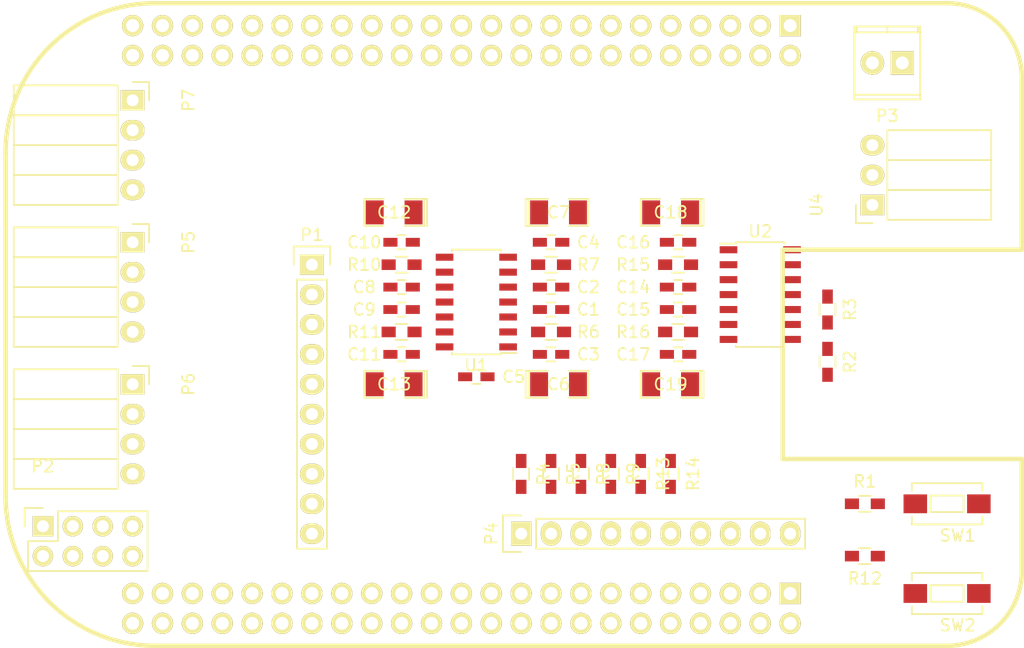
<source format=kicad_pcb>
(kicad_pcb (version 4) (host pcbnew 4.0.2+dfsg1-stable)

  (general
    (links 91)
    (no_connects 91)
    (area 0 0 0 0)
    (thickness 1.6)
    (drawings 0)
    (tracks 0)
    (zones 0)
    (modules 48)
    (nets 146)
  )

  (page A4)
  (layers
    (0 F.Cu signal)
    (31 B.Cu signal)
    (32 B.Adhes user)
    (33 F.Adhes user)
    (34 B.Paste user)
    (35 F.Paste user)
    (36 B.SilkS user)
    (37 F.SilkS user)
    (38 B.Mask user)
    (39 F.Mask user)
    (40 Dwgs.User user)
    (41 Cmts.User user)
    (42 Eco1.User user)
    (43 Eco2.User user)
    (44 Edge.Cuts user)
    (45 Margin user)
    (46 B.CrtYd user)
    (47 F.CrtYd user)
    (48 B.Fab user)
    (49 F.Fab user)
  )

  (setup
    (last_trace_width 0.25)
    (trace_clearance 0.2)
    (zone_clearance 0.508)
    (zone_45_only no)
    (trace_min 0.2)
    (segment_width 0.2)
    (edge_width 0.15)
    (via_size 0.6)
    (via_drill 0.4)
    (via_min_size 0.4)
    (via_min_drill 0.3)
    (uvia_size 0.3)
    (uvia_drill 0.1)
    (uvias_allowed no)
    (uvia_min_size 0.2)
    (uvia_min_drill 0.1)
    (pcb_text_width 0.3)
    (pcb_text_size 1.5 1.5)
    (mod_edge_width 0.15)
    (mod_text_size 1 1)
    (mod_text_width 0.15)
    (pad_size 1.524 1.524)
    (pad_drill 0.762)
    (pad_to_mask_clearance 0.2)
    (aux_axis_origin 24.13 73.025)
    (grid_origin 24.13 73.025)
    (visible_elements FFFFFF7F)
    (pcbplotparams
      (layerselection 0x00030_80000001)
      (usegerberextensions false)
      (excludeedgelayer true)
      (linewidth 0.100000)
      (plotframeref false)
      (viasonmask false)
      (mode 1)
      (useauxorigin false)
      (hpglpennumber 1)
      (hpglpenspeed 20)
      (hpglpendiameter 15)
      (hpglpenoverlay 2)
      (psnegative false)
      (psa4output false)
      (plotreference true)
      (plotvalue true)
      (plotinvisibletext false)
      (padsonsilk false)
      (subtractmaskfromsilk false)
      (outputformat 1)
      (mirror false)
      (drillshape 1)
      (scaleselection 1)
      (outputdirectory ""))
  )

  (net 0 "")
  (net 1 "Net-(C1-Pad1)")
  (net 2 REF_1.8V)
  (net 3 "Net-(C2-Pad1)")
  (net 4 "Net-(C3-Pad1)")
  (net 5 "Net-(C3-Pad2)")
  (net 6 "Net-(C4-Pad1)")
  (net 7 "Net-(C4-Pad2)")
  (net 8 VCC)
  (net 9 GND)
  (net 10 /FILT_OUT0)
  (net 11 /FILT_OUT1)
  (net 12 "Net-(C8-Pad1)")
  (net 13 "Net-(C9-Pad1)")
  (net 14 "Net-(C10-Pad1)")
  (net 15 "Net-(C10-Pad2)")
  (net 16 "Net-(C11-Pad1)")
  (net 17 "Net-(C11-Pad2)")
  (net 18 /FILT_OUT2)
  (net 19 /FILT_OUT3)
  (net 20 "Net-(C14-Pad1)")
  (net 21 "Net-(C15-Pad1)")
  (net 22 "Net-(C16-Pad1)")
  (net 23 "Net-(C16-Pad2)")
  (net 24 "Net-(C17-Pad1)")
  (net 25 "Net-(C17-Pad2)")
  (net 26 /FILT_OUT4)
  (net 27 /FILT_OUT5)
  (net 28 /BELA_IN0)
  (net 29 /BELA_IN1)
  (net 30 /BELA_IN2)
  (net 31 /BELA_IN3)
  (net 32 /BELA_IN4)
  (net 33 /BELA_IN5)
  (net 34 /BELA_IN6)
  (net 35 /BELA_IN7)
  (net 36 "Net-(P1-Pad9)")
  (net 37 "Net-(P1-Pad10)")
  (net 38 /BELA_OUT0)
  (net 39 /BELA_OUT1)
  (net 40 /BELA_OUT2)
  (net 41 /BELA_OUT3)
  (net 42 /BELA_OUT4)
  (net 43 /BELA_OUT5)
  (net 44 /BELA_OUT6)
  (net 45 /BELA_OUT7)
  (net 46 "Net-(P4-Pad9)")
  (net 47 "Net-(P4-Pad10)")
  (net 48 BAT_11.1V)
  (net 49 /~HALT)
  (net 50 "Net-(R1-Pad2)")
  (net 51 SYS_5V)
  (net 52 "Net-(R2-Pad2)")
  (net 53 /D0)
  (net 54 SYS_3.3V)
  (net 55 "Net-(U3-PadC2)")
  (net 56 "Net-(U3-PadC3)")
  (net 57 "Net-(U3-PadC4)")
  (net 58 RAW_5V)
  (net 59 "Net-(U3-PadC6)")
  (net 60 "Net-(U3-PadC7)")
  (net 61 /D1)
  (net 62 "Net-(U3-PadC9)")
  (net 63 /D3)
  (net 64 /D6)
  (net 65 /D5)
  (net 66 /D7)
  (net 67 "Net-(U3-PadC14)")
  (net 68 /D10)
  (net 69 /D9)
  (net 70 "Net-(U3-PadC17)")
  (net 71 /D11)
  (net 72 "Net-(U3-PadC19)")
  (net 73 "Net-(U3-PadC20)")
  (net 74 "Net-(U3-PadC21)")
  (net 75 "Net-(U3-PadC22)")
  (net 76 "Net-(U3-PadC23)")
  (net 77 "Net-(U3-PadC24)")
  (net 78 "Net-(U3-PadC25)")
  (net 79 "Net-(U3-PadC26)")
  (net 80 "Net-(U3-PadC27)")
  (net 81 /D13)
  (net 82 "Net-(U3-PadC29)")
  (net 83 /D15)
  (net 84 "Net-(U3-PadC31)")
  (net 85 "Net-(U3-PadC32)")
  (net 86 "Net-(U3-PadC33)")
  (net 87 "Net-(U3-PadC34)")
  (net 88 "Net-(U3-PadC35)")
  (net 89 "Net-(U3-PadC36)")
  (net 90 "Net-(U3-PadC37)")
  (net 91 "Net-(U3-PadC38)")
  (net 92 "Net-(U3-PadC39)")
  (net 93 "Net-(U3-PadC40)")
  (net 94 "Net-(U3-PadC41)")
  (net 95 "Net-(U3-PadC42)")
  (net 96 "Net-(U3-PadC43)")
  (net 97 "Net-(U3-PadC44)")
  (net 98 "Net-(U3-PadC45)")
  (net 99 "Net-(U3-PadC46)")
  (net 100 "Net-(U3-PadB2)")
  (net 101 "Net-(U3-PadB4)")
  (net 102 "Net-(U3-PadB6)")
  (net 103 "Net-(U3-PadB9)")
  (net 104 /D2)
  (net 105 "Net-(U3-PadB11)")
  (net 106 /D4)
  (net 107 "Net-(U3-PadB13)")
  (net 108 "Net-(U3-PadB14)")
  (net 109 "Net-(U3-PadB15)")
  (net 110 /D8)
  (net 111 "Net-(U3-PadB17)")
  (net 112 "Net-(U3-PadB18)")
  (net 113 "Net-(U3-PadB19)")
  (net 114 "Net-(U3-PadB20)")
  (net 115 "Net-(U3-PadB21)")
  (net 116 "Net-(U3-PadB22)")
  (net 117 "Net-(U3-PadB23)")
  (net 118 "Net-(U3-PadB24)")
  (net 119 "Net-(U3-PadB25)")
  (net 120 "Net-(U3-PadB26)")
  (net 121 /D12)
  (net 122 "Net-(U3-PadB29)")
  (net 123 /D14)
  (net 124 "Net-(U3-PadB31)")
  (net 125 "Net-(U3-PadB32)")
  (net 126 "Net-(U3-PadB33)")
  (net 127 "Net-(U3-PadB34)")
  (net 128 "Net-(U3-PadB35)")
  (net 129 "Net-(U3-PadB36)")
  (net 130 "Net-(U3-PadB37)")
  (net 131 "Net-(U3-PadB38)")
  (net 132 "Net-(U3-PadB39)")
  (net 133 "Net-(U3-PadB40)")
  (net 134 "Net-(U3-PadB41)")
  (net 135 "Net-(U3-PadB42)")
  (net 136 "Net-(U3-PadB43)")
  (net 137 "Net-(U3-PadB44)")
  (net 138 "Net-(U3-PadB45)")
  (net 139 "Net-(U3-PadB46)")
  (net 140 /RCV0)
  (net 141 /RX)
  (net 142 /RCV1)
  (net 143 /TX)
  (net 144 /RCV2)
  (net 145 /RCV3)

  (net_class Default "This is the default net class."
    (clearance 0.2)
    (trace_width 0.25)
    (via_dia 0.6)
    (via_drill 0.4)
    (uvia_dia 0.3)
    (uvia_drill 0.1)
    (add_net /BELA_IN0)
    (add_net /BELA_IN1)
    (add_net /BELA_IN2)
    (add_net /BELA_IN3)
    (add_net /BELA_IN4)
    (add_net /BELA_IN5)
    (add_net /BELA_IN6)
    (add_net /BELA_IN7)
    (add_net /BELA_OUT0)
    (add_net /BELA_OUT1)
    (add_net /BELA_OUT2)
    (add_net /BELA_OUT3)
    (add_net /BELA_OUT4)
    (add_net /BELA_OUT5)
    (add_net /BELA_OUT6)
    (add_net /BELA_OUT7)
    (add_net /D0)
    (add_net /D1)
    (add_net /D10)
    (add_net /D11)
    (add_net /D12)
    (add_net /D13)
    (add_net /D14)
    (add_net /D15)
    (add_net /D2)
    (add_net /D3)
    (add_net /D4)
    (add_net /D5)
    (add_net /D6)
    (add_net /D7)
    (add_net /D8)
    (add_net /D9)
    (add_net /FILT_OUT0)
    (add_net /FILT_OUT1)
    (add_net /FILT_OUT2)
    (add_net /FILT_OUT3)
    (add_net /FILT_OUT4)
    (add_net /FILT_OUT5)
    (add_net /RCV0)
    (add_net /RCV1)
    (add_net /RCV2)
    (add_net /RCV3)
    (add_net /RX)
    (add_net /TX)
    (add_net /~HALT)
    (add_net BAT_11.1V)
    (add_net GND)
    (add_net "Net-(C1-Pad1)")
    (add_net "Net-(C10-Pad1)")
    (add_net "Net-(C10-Pad2)")
    (add_net "Net-(C11-Pad1)")
    (add_net "Net-(C11-Pad2)")
    (add_net "Net-(C14-Pad1)")
    (add_net "Net-(C15-Pad1)")
    (add_net "Net-(C16-Pad1)")
    (add_net "Net-(C16-Pad2)")
    (add_net "Net-(C17-Pad1)")
    (add_net "Net-(C17-Pad2)")
    (add_net "Net-(C2-Pad1)")
    (add_net "Net-(C3-Pad1)")
    (add_net "Net-(C3-Pad2)")
    (add_net "Net-(C4-Pad1)")
    (add_net "Net-(C4-Pad2)")
    (add_net "Net-(C8-Pad1)")
    (add_net "Net-(C9-Pad1)")
    (add_net "Net-(P1-Pad10)")
    (add_net "Net-(P1-Pad9)")
    (add_net "Net-(P4-Pad10)")
    (add_net "Net-(P4-Pad9)")
    (add_net "Net-(R1-Pad2)")
    (add_net "Net-(R2-Pad2)")
    (add_net "Net-(U3-PadB11)")
    (add_net "Net-(U3-PadB13)")
    (add_net "Net-(U3-PadB14)")
    (add_net "Net-(U3-PadB15)")
    (add_net "Net-(U3-PadB17)")
    (add_net "Net-(U3-PadB18)")
    (add_net "Net-(U3-PadB19)")
    (add_net "Net-(U3-PadB2)")
    (add_net "Net-(U3-PadB20)")
    (add_net "Net-(U3-PadB21)")
    (add_net "Net-(U3-PadB22)")
    (add_net "Net-(U3-PadB23)")
    (add_net "Net-(U3-PadB24)")
    (add_net "Net-(U3-PadB25)")
    (add_net "Net-(U3-PadB26)")
    (add_net "Net-(U3-PadB29)")
    (add_net "Net-(U3-PadB31)")
    (add_net "Net-(U3-PadB32)")
    (add_net "Net-(U3-PadB33)")
    (add_net "Net-(U3-PadB34)")
    (add_net "Net-(U3-PadB35)")
    (add_net "Net-(U3-PadB36)")
    (add_net "Net-(U3-PadB37)")
    (add_net "Net-(U3-PadB38)")
    (add_net "Net-(U3-PadB39)")
    (add_net "Net-(U3-PadB4)")
    (add_net "Net-(U3-PadB40)")
    (add_net "Net-(U3-PadB41)")
    (add_net "Net-(U3-PadB42)")
    (add_net "Net-(U3-PadB43)")
    (add_net "Net-(U3-PadB44)")
    (add_net "Net-(U3-PadB45)")
    (add_net "Net-(U3-PadB46)")
    (add_net "Net-(U3-PadB6)")
    (add_net "Net-(U3-PadB9)")
    (add_net "Net-(U3-PadC14)")
    (add_net "Net-(U3-PadC17)")
    (add_net "Net-(U3-PadC19)")
    (add_net "Net-(U3-PadC2)")
    (add_net "Net-(U3-PadC20)")
    (add_net "Net-(U3-PadC21)")
    (add_net "Net-(U3-PadC22)")
    (add_net "Net-(U3-PadC23)")
    (add_net "Net-(U3-PadC24)")
    (add_net "Net-(U3-PadC25)")
    (add_net "Net-(U3-PadC26)")
    (add_net "Net-(U3-PadC27)")
    (add_net "Net-(U3-PadC29)")
    (add_net "Net-(U3-PadC3)")
    (add_net "Net-(U3-PadC31)")
    (add_net "Net-(U3-PadC32)")
    (add_net "Net-(U3-PadC33)")
    (add_net "Net-(U3-PadC34)")
    (add_net "Net-(U3-PadC35)")
    (add_net "Net-(U3-PadC36)")
    (add_net "Net-(U3-PadC37)")
    (add_net "Net-(U3-PadC38)")
    (add_net "Net-(U3-PadC39)")
    (add_net "Net-(U3-PadC4)")
    (add_net "Net-(U3-PadC40)")
    (add_net "Net-(U3-PadC41)")
    (add_net "Net-(U3-PadC42)")
    (add_net "Net-(U3-PadC43)")
    (add_net "Net-(U3-PadC44)")
    (add_net "Net-(U3-PadC45)")
    (add_net "Net-(U3-PadC46)")
    (add_net "Net-(U3-PadC6)")
    (add_net "Net-(U3-PadC7)")
    (add_net "Net-(U3-PadC9)")
    (add_net RAW_5V)
    (add_net REF_1.8V)
    (add_net SYS_3.3V)
    (add_net SYS_5V)
    (add_net VCC)
  )

  (module Capacitors_SMD:C_0603_HandSoldering (layer F.Cu) (tedit 58078F42) (tstamp 58077A9E)
    (at 69.85 44.45)
    (descr "Capacitor SMD 0603, hand soldering")
    (tags "capacitor 0603")
    (path /57E3543B)
    (attr smd)
    (fp_text reference C1 (at 3.175 0) (layer F.SilkS)
      (effects (font (size 1 1) (thickness 0.15)))
    )
    (fp_text value 220pF (at 0 0) (layer F.Fab)
      (effects (font (size 1 1) (thickness 0.15)))
    )
    (fp_line (start -1.85 -0.75) (end 1.85 -0.75) (layer F.CrtYd) (width 0.05))
    (fp_line (start -1.85 0.75) (end 1.85 0.75) (layer F.CrtYd) (width 0.05))
    (fp_line (start -1.85 -0.75) (end -1.85 0.75) (layer F.CrtYd) (width 0.05))
    (fp_line (start 1.85 -0.75) (end 1.85 0.75) (layer F.CrtYd) (width 0.05))
    (fp_line (start -0.35 -0.6) (end 0.35 -0.6) (layer F.SilkS) (width 0.15))
    (fp_line (start 0.35 0.6) (end -0.35 0.6) (layer F.SilkS) (width 0.15))
    (pad 1 smd rect (at -0.95 0) (size 1.2 0.75) (layers F.Cu F.Paste F.Mask)
      (net 1 "Net-(C1-Pad1)"))
    (pad 2 smd rect (at 0.95 0) (size 1.2 0.75) (layers F.Cu F.Paste F.Mask)
      (net 2 REF_1.8V))
    (model Capacitors_SMD.3dshapes/C_0603_HandSoldering.wrl
      (at (xyz 0 0 0))
      (scale (xyz 1 1 1))
      (rotate (xyz 0 0 0))
    )
  )

  (module Capacitors_SMD:C_0603_HandSoldering (layer F.Cu) (tedit 58078F3B) (tstamp 58077AA4)
    (at 69.85 42.545)
    (descr "Capacitor SMD 0603, hand soldering")
    (tags "capacitor 0603")
    (path /57E2F3B7)
    (attr smd)
    (fp_text reference C2 (at 3.175 0) (layer F.SilkS)
      (effects (font (size 1 1) (thickness 0.15)))
    )
    (fp_text value 220pF (at 0 0) (layer F.Fab)
      (effects (font (size 1 1) (thickness 0.15)))
    )
    (fp_line (start -1.85 -0.75) (end 1.85 -0.75) (layer F.CrtYd) (width 0.05))
    (fp_line (start -1.85 0.75) (end 1.85 0.75) (layer F.CrtYd) (width 0.05))
    (fp_line (start -1.85 -0.75) (end -1.85 0.75) (layer F.CrtYd) (width 0.05))
    (fp_line (start 1.85 -0.75) (end 1.85 0.75) (layer F.CrtYd) (width 0.05))
    (fp_line (start -0.35 -0.6) (end 0.35 -0.6) (layer F.SilkS) (width 0.15))
    (fp_line (start 0.35 0.6) (end -0.35 0.6) (layer F.SilkS) (width 0.15))
    (pad 1 smd rect (at -0.95 0) (size 1.2 0.75) (layers F.Cu F.Paste F.Mask)
      (net 3 "Net-(C2-Pad1)"))
    (pad 2 smd rect (at 0.95 0) (size 1.2 0.75) (layers F.Cu F.Paste F.Mask)
      (net 2 REF_1.8V))
    (model Capacitors_SMD.3dshapes/C_0603_HandSoldering.wrl
      (at (xyz 0 0 0))
      (scale (xyz 1 1 1))
      (rotate (xyz 0 0 0))
    )
  )

  (module Capacitors_SMD:C_0603_HandSoldering (layer F.Cu) (tedit 58078F4C) (tstamp 58077AAA)
    (at 69.85 48.26)
    (descr "Capacitor SMD 0603, hand soldering")
    (tags "capacitor 0603")
    (path /57E3544E)
    (attr smd)
    (fp_text reference C3 (at 3.175 0) (layer F.SilkS)
      (effects (font (size 1 1) (thickness 0.15)))
    )
    (fp_text value 440pF (at 0 0) (layer F.Fab)
      (effects (font (size 1 1) (thickness 0.15)))
    )
    (fp_line (start -1.85 -0.75) (end 1.85 -0.75) (layer F.CrtYd) (width 0.05))
    (fp_line (start -1.85 0.75) (end 1.85 0.75) (layer F.CrtYd) (width 0.05))
    (fp_line (start -1.85 -0.75) (end -1.85 0.75) (layer F.CrtYd) (width 0.05))
    (fp_line (start 1.85 -0.75) (end 1.85 0.75) (layer F.CrtYd) (width 0.05))
    (fp_line (start -0.35 -0.6) (end 0.35 -0.6) (layer F.SilkS) (width 0.15))
    (fp_line (start 0.35 0.6) (end -0.35 0.6) (layer F.SilkS) (width 0.15))
    (pad 1 smd rect (at -0.95 0) (size 1.2 0.75) (layers F.Cu F.Paste F.Mask)
      (net 4 "Net-(C3-Pad1)"))
    (pad 2 smd rect (at 0.95 0) (size 1.2 0.75) (layers F.Cu F.Paste F.Mask)
      (net 5 "Net-(C3-Pad2)"))
    (model Capacitors_SMD.3dshapes/C_0603_HandSoldering.wrl
      (at (xyz 0 0 0))
      (scale (xyz 1 1 1))
      (rotate (xyz 0 0 0))
    )
  )

  (module Capacitors_SMD:C_0603_HandSoldering (layer F.Cu) (tedit 58078F31) (tstamp 58077AB0)
    (at 69.85 38.735)
    (descr "Capacitor SMD 0603, hand soldering")
    (tags "capacitor 0603")
    (path /57E2F6F4)
    (attr smd)
    (fp_text reference C4 (at 3.175 0) (layer F.SilkS)
      (effects (font (size 1 1) (thickness 0.15)))
    )
    (fp_text value 440pF (at 0.635 0) (layer F.Fab)
      (effects (font (size 1 1) (thickness 0.15)))
    )
    (fp_line (start -1.85 -0.75) (end 1.85 -0.75) (layer F.CrtYd) (width 0.05))
    (fp_line (start -1.85 0.75) (end 1.85 0.75) (layer F.CrtYd) (width 0.05))
    (fp_line (start -1.85 -0.75) (end -1.85 0.75) (layer F.CrtYd) (width 0.05))
    (fp_line (start 1.85 -0.75) (end 1.85 0.75) (layer F.CrtYd) (width 0.05))
    (fp_line (start -0.35 -0.6) (end 0.35 -0.6) (layer F.SilkS) (width 0.15))
    (fp_line (start 0.35 0.6) (end -0.35 0.6) (layer F.SilkS) (width 0.15))
    (pad 1 smd rect (at -0.95 0) (size 1.2 0.75) (layers F.Cu F.Paste F.Mask)
      (net 6 "Net-(C4-Pad1)"))
    (pad 2 smd rect (at 0.95 0) (size 1.2 0.75) (layers F.Cu F.Paste F.Mask)
      (net 7 "Net-(C4-Pad2)"))
    (model Capacitors_SMD.3dshapes/C_0603_HandSoldering.wrl
      (at (xyz 0 0 0))
      (scale (xyz 1 1 1))
      (rotate (xyz 0 0 0))
    )
  )

  (module Capacitors_SMD:C_0603_HandSoldering (layer F.Cu) (tedit 58078F0D) (tstamp 58077AB6)
    (at 63.5 50.165 180)
    (descr "Capacitor SMD 0603, hand soldering")
    (tags "capacitor 0603")
    (path /57E35476)
    (attr smd)
    (fp_text reference C5 (at -3.175 0 180) (layer F.SilkS)
      (effects (font (size 1 1) (thickness 0.15)))
    )
    (fp_text value 100nF (at 0 1.9 180) (layer F.Fab)
      (effects (font (size 1 1) (thickness 0.15)))
    )
    (fp_line (start -1.85 -0.75) (end 1.85 -0.75) (layer F.CrtYd) (width 0.05))
    (fp_line (start -1.85 0.75) (end 1.85 0.75) (layer F.CrtYd) (width 0.05))
    (fp_line (start -1.85 -0.75) (end -1.85 0.75) (layer F.CrtYd) (width 0.05))
    (fp_line (start 1.85 -0.75) (end 1.85 0.75) (layer F.CrtYd) (width 0.05))
    (fp_line (start -0.35 -0.6) (end 0.35 -0.6) (layer F.SilkS) (width 0.15))
    (fp_line (start 0.35 0.6) (end -0.35 0.6) (layer F.SilkS) (width 0.15))
    (pad 1 smd rect (at -0.95 0 180) (size 1.2 0.75) (layers F.Cu F.Paste F.Mask)
      (net 8 VCC))
    (pad 2 smd rect (at 0.95 0 180) (size 1.2 0.75) (layers F.Cu F.Paste F.Mask)
      (net 9 GND))
    (model Capacitors_SMD.3dshapes/C_0603_HandSoldering.wrl
      (at (xyz 0 0 0))
      (scale (xyz 1 1 1))
      (rotate (xyz 0 0 0))
    )
  )

  (module SMD_Packages:SMD-1206_Pol (layer F.Cu) (tedit 0) (tstamp 58077ABC)
    (at 70.485 50.8)
    (path /57E3546C)
    (attr smd)
    (fp_text reference C6 (at 0 0) (layer F.SilkS)
      (effects (font (size 1 1) (thickness 0.15)))
    )
    (fp_text value 1uF (at 0 0) (layer F.Fab)
      (effects (font (size 1 1) (thickness 0.15)))
    )
    (fp_line (start -2.54 -1.143) (end -2.794 -1.143) (layer F.SilkS) (width 0.15))
    (fp_line (start -2.794 -1.143) (end -2.794 1.143) (layer F.SilkS) (width 0.15))
    (fp_line (start -2.794 1.143) (end -2.54 1.143) (layer F.SilkS) (width 0.15))
    (fp_line (start -2.54 -1.143) (end -2.54 1.143) (layer F.SilkS) (width 0.15))
    (fp_line (start -2.54 1.143) (end -0.889 1.143) (layer F.SilkS) (width 0.15))
    (fp_line (start 0.889 -1.143) (end 2.54 -1.143) (layer F.SilkS) (width 0.15))
    (fp_line (start 2.54 -1.143) (end 2.54 1.143) (layer F.SilkS) (width 0.15))
    (fp_line (start 2.54 1.143) (end 0.889 1.143) (layer F.SilkS) (width 0.15))
    (fp_line (start -0.889 -1.143) (end -2.54 -1.143) (layer F.SilkS) (width 0.15))
    (pad 1 smd rect (at -1.651 0) (size 1.524 2.032) (layers F.Cu F.Paste F.Mask)
      (net 4 "Net-(C3-Pad1)"))
    (pad 2 smd rect (at 1.651 0) (size 1.524 2.032) (layers F.Cu F.Paste F.Mask)
      (net 10 /FILT_OUT0))
    (model SMD_Packages.3dshapes/SMD-1206_Pol.wrl
      (at (xyz 0 0 0))
      (scale (xyz 0.17 0.16 0.16))
      (rotate (xyz 0 0 0))
    )
  )

  (module SMD_Packages:SMD-1206_Pol (layer F.Cu) (tedit 0) (tstamp 58077AC2)
    (at 70.485 36.195)
    (path /57E30431)
    (attr smd)
    (fp_text reference C7 (at 0 0) (layer F.SilkS)
      (effects (font (size 1 1) (thickness 0.15)))
    )
    (fp_text value 1uF (at 0 0) (layer F.Fab)
      (effects (font (size 1 1) (thickness 0.15)))
    )
    (fp_line (start -2.54 -1.143) (end -2.794 -1.143) (layer F.SilkS) (width 0.15))
    (fp_line (start -2.794 -1.143) (end -2.794 1.143) (layer F.SilkS) (width 0.15))
    (fp_line (start -2.794 1.143) (end -2.54 1.143) (layer F.SilkS) (width 0.15))
    (fp_line (start -2.54 -1.143) (end -2.54 1.143) (layer F.SilkS) (width 0.15))
    (fp_line (start -2.54 1.143) (end -0.889 1.143) (layer F.SilkS) (width 0.15))
    (fp_line (start 0.889 -1.143) (end 2.54 -1.143) (layer F.SilkS) (width 0.15))
    (fp_line (start 2.54 -1.143) (end 2.54 1.143) (layer F.SilkS) (width 0.15))
    (fp_line (start 2.54 1.143) (end 0.889 1.143) (layer F.SilkS) (width 0.15))
    (fp_line (start -0.889 -1.143) (end -2.54 -1.143) (layer F.SilkS) (width 0.15))
    (pad 1 smd rect (at -1.651 0) (size 1.524 2.032) (layers F.Cu F.Paste F.Mask)
      (net 6 "Net-(C4-Pad1)"))
    (pad 2 smd rect (at 1.651 0) (size 1.524 2.032) (layers F.Cu F.Paste F.Mask)
      (net 11 /FILT_OUT1))
    (model SMD_Packages.3dshapes/SMD-1206_Pol.wrl
      (at (xyz 0 0 0))
      (scale (xyz 0.17 0.16 0.16))
      (rotate (xyz 0 0 0))
    )
  )

  (module Capacitors_SMD:C_0603_HandSoldering (layer F.Cu) (tedit 58078F23) (tstamp 58077AC8)
    (at 57.15 42.545 180)
    (descr "Capacitor SMD 0603, hand soldering")
    (tags "capacitor 0603")
    (path /57E35943)
    (attr smd)
    (fp_text reference C8 (at 3.175 0 180) (layer F.SilkS)
      (effects (font (size 1 1) (thickness 0.15)))
    )
    (fp_text value 220pF (at 0 0 180) (layer F.Fab)
      (effects (font (size 1 1) (thickness 0.15)))
    )
    (fp_line (start -1.85 -0.75) (end 1.85 -0.75) (layer F.CrtYd) (width 0.05))
    (fp_line (start -1.85 0.75) (end 1.85 0.75) (layer F.CrtYd) (width 0.05))
    (fp_line (start -1.85 -0.75) (end -1.85 0.75) (layer F.CrtYd) (width 0.05))
    (fp_line (start 1.85 -0.75) (end 1.85 0.75) (layer F.CrtYd) (width 0.05))
    (fp_line (start -0.35 -0.6) (end 0.35 -0.6) (layer F.SilkS) (width 0.15))
    (fp_line (start 0.35 0.6) (end -0.35 0.6) (layer F.SilkS) (width 0.15))
    (pad 1 smd rect (at -0.95 0 180) (size 1.2 0.75) (layers F.Cu F.Paste F.Mask)
      (net 12 "Net-(C8-Pad1)"))
    (pad 2 smd rect (at 0.95 0 180) (size 1.2 0.75) (layers F.Cu F.Paste F.Mask)
      (net 2 REF_1.8V))
    (model Capacitors_SMD.3dshapes/C_0603_HandSoldering.wrl
      (at (xyz 0 0 0))
      (scale (xyz 1 1 1))
      (rotate (xyz 0 0 0))
    )
  )

  (module Capacitors_SMD:C_0603_HandSoldering (layer F.Cu) (tedit 58078F20) (tstamp 58077ACE)
    (at 57.15 44.45 180)
    (descr "Capacitor SMD 0603, hand soldering")
    (tags "capacitor 0603")
    (path /57E358EF)
    (attr smd)
    (fp_text reference C9 (at 3.175 0 180) (layer F.SilkS)
      (effects (font (size 1 1) (thickness 0.15)))
    )
    (fp_text value 220pF (at 0 0 180) (layer F.Fab)
      (effects (font (size 1 1) (thickness 0.15)))
    )
    (fp_line (start -1.85 -0.75) (end 1.85 -0.75) (layer F.CrtYd) (width 0.05))
    (fp_line (start -1.85 0.75) (end 1.85 0.75) (layer F.CrtYd) (width 0.05))
    (fp_line (start -1.85 -0.75) (end -1.85 0.75) (layer F.CrtYd) (width 0.05))
    (fp_line (start 1.85 -0.75) (end 1.85 0.75) (layer F.CrtYd) (width 0.05))
    (fp_line (start -0.35 -0.6) (end 0.35 -0.6) (layer F.SilkS) (width 0.15))
    (fp_line (start 0.35 0.6) (end -0.35 0.6) (layer F.SilkS) (width 0.15))
    (pad 1 smd rect (at -0.95 0 180) (size 1.2 0.75) (layers F.Cu F.Paste F.Mask)
      (net 13 "Net-(C9-Pad1)"))
    (pad 2 smd rect (at 0.95 0 180) (size 1.2 0.75) (layers F.Cu F.Paste F.Mask)
      (net 2 REF_1.8V))
    (model Capacitors_SMD.3dshapes/C_0603_HandSoldering.wrl
      (at (xyz 0 0 0))
      (scale (xyz 1 1 1))
      (rotate (xyz 0 0 0))
    )
  )

  (module Capacitors_SMD:C_0603_HandSoldering (layer F.Cu) (tedit 58078F2A) (tstamp 58077AD4)
    (at 57.15 38.735 180)
    (descr "Capacitor SMD 0603, hand soldering")
    (tags "capacitor 0603")
    (path /57E35956)
    (attr smd)
    (fp_text reference C10 (at 3.175 0 180) (layer F.SilkS)
      (effects (font (size 1 1) (thickness 0.15)))
    )
    (fp_text value 440pF (at 0 0 180) (layer F.Fab)
      (effects (font (size 1 1) (thickness 0.15)))
    )
    (fp_line (start -1.85 -0.75) (end 1.85 -0.75) (layer F.CrtYd) (width 0.05))
    (fp_line (start -1.85 0.75) (end 1.85 0.75) (layer F.CrtYd) (width 0.05))
    (fp_line (start -1.85 -0.75) (end -1.85 0.75) (layer F.CrtYd) (width 0.05))
    (fp_line (start 1.85 -0.75) (end 1.85 0.75) (layer F.CrtYd) (width 0.05))
    (fp_line (start -0.35 -0.6) (end 0.35 -0.6) (layer F.SilkS) (width 0.15))
    (fp_line (start 0.35 0.6) (end -0.35 0.6) (layer F.SilkS) (width 0.15))
    (pad 1 smd rect (at -0.95 0 180) (size 1.2 0.75) (layers F.Cu F.Paste F.Mask)
      (net 14 "Net-(C10-Pad1)"))
    (pad 2 smd rect (at 0.95 0 180) (size 1.2 0.75) (layers F.Cu F.Paste F.Mask)
      (net 15 "Net-(C10-Pad2)"))
    (model Capacitors_SMD.3dshapes/C_0603_HandSoldering.wrl
      (at (xyz 0 0 0))
      (scale (xyz 1 1 1))
      (rotate (xyz 0 0 0))
    )
  )

  (module Capacitors_SMD:C_0603_HandSoldering (layer F.Cu) (tedit 58078F16) (tstamp 58077ADA)
    (at 57.15 48.26 180)
    (descr "Capacitor SMD 0603, hand soldering")
    (tags "capacitor 0603")
    (path /57E35902)
    (attr smd)
    (fp_text reference C11 (at 3.175 0 180) (layer F.SilkS)
      (effects (font (size 1 1) (thickness 0.15)))
    )
    (fp_text value 440pF (at 0 0 180) (layer F.Fab)
      (effects (font (size 1 1) (thickness 0.15)))
    )
    (fp_line (start -1.85 -0.75) (end 1.85 -0.75) (layer F.CrtYd) (width 0.05))
    (fp_line (start -1.85 0.75) (end 1.85 0.75) (layer F.CrtYd) (width 0.05))
    (fp_line (start -1.85 -0.75) (end -1.85 0.75) (layer F.CrtYd) (width 0.05))
    (fp_line (start 1.85 -0.75) (end 1.85 0.75) (layer F.CrtYd) (width 0.05))
    (fp_line (start -0.35 -0.6) (end 0.35 -0.6) (layer F.SilkS) (width 0.15))
    (fp_line (start 0.35 0.6) (end -0.35 0.6) (layer F.SilkS) (width 0.15))
    (pad 1 smd rect (at -0.95 0 180) (size 1.2 0.75) (layers F.Cu F.Paste F.Mask)
      (net 16 "Net-(C11-Pad1)"))
    (pad 2 smd rect (at 0.95 0 180) (size 1.2 0.75) (layers F.Cu F.Paste F.Mask)
      (net 17 "Net-(C11-Pad2)"))
    (model Capacitors_SMD.3dshapes/C_0603_HandSoldering.wrl
      (at (xyz 0 0 0))
      (scale (xyz 1 1 1))
      (rotate (xyz 0 0 0))
    )
  )

  (module SMD_Packages:SMD-1206_Pol (layer F.Cu) (tedit 0) (tstamp 58077AE0)
    (at 56.515 36.195 180)
    (path /57E35974)
    (attr smd)
    (fp_text reference C12 (at 0 0 180) (layer F.SilkS)
      (effects (font (size 1 1) (thickness 0.15)))
    )
    (fp_text value 1uF (at 0 0 180) (layer F.Fab)
      (effects (font (size 1 1) (thickness 0.15)))
    )
    (fp_line (start -2.54 -1.143) (end -2.794 -1.143) (layer F.SilkS) (width 0.15))
    (fp_line (start -2.794 -1.143) (end -2.794 1.143) (layer F.SilkS) (width 0.15))
    (fp_line (start -2.794 1.143) (end -2.54 1.143) (layer F.SilkS) (width 0.15))
    (fp_line (start -2.54 -1.143) (end -2.54 1.143) (layer F.SilkS) (width 0.15))
    (fp_line (start -2.54 1.143) (end -0.889 1.143) (layer F.SilkS) (width 0.15))
    (fp_line (start 0.889 -1.143) (end 2.54 -1.143) (layer F.SilkS) (width 0.15))
    (fp_line (start 2.54 -1.143) (end 2.54 1.143) (layer F.SilkS) (width 0.15))
    (fp_line (start 2.54 1.143) (end 0.889 1.143) (layer F.SilkS) (width 0.15))
    (fp_line (start -0.889 -1.143) (end -2.54 -1.143) (layer F.SilkS) (width 0.15))
    (pad 1 smd rect (at -1.651 0 180) (size 1.524 2.032) (layers F.Cu F.Paste F.Mask)
      (net 14 "Net-(C10-Pad1)"))
    (pad 2 smd rect (at 1.651 0 180) (size 1.524 2.032) (layers F.Cu F.Paste F.Mask)
      (net 18 /FILT_OUT2))
    (model SMD_Packages.3dshapes/SMD-1206_Pol.wrl
      (at (xyz 0 0 0))
      (scale (xyz 0.17 0.16 0.16))
      (rotate (xyz 0 0 0))
    )
  )

  (module SMD_Packages:SMD-1206_Pol (layer F.Cu) (tedit 0) (tstamp 58077AE6)
    (at 56.515 50.8 180)
    (path /57E35920)
    (attr smd)
    (fp_text reference C13 (at 0 0 180) (layer F.SilkS)
      (effects (font (size 1 1) (thickness 0.15)))
    )
    (fp_text value 1uF (at 0 0 180) (layer F.Fab)
      (effects (font (size 1 1) (thickness 0.15)))
    )
    (fp_line (start -2.54 -1.143) (end -2.794 -1.143) (layer F.SilkS) (width 0.15))
    (fp_line (start -2.794 -1.143) (end -2.794 1.143) (layer F.SilkS) (width 0.15))
    (fp_line (start -2.794 1.143) (end -2.54 1.143) (layer F.SilkS) (width 0.15))
    (fp_line (start -2.54 -1.143) (end -2.54 1.143) (layer F.SilkS) (width 0.15))
    (fp_line (start -2.54 1.143) (end -0.889 1.143) (layer F.SilkS) (width 0.15))
    (fp_line (start 0.889 -1.143) (end 2.54 -1.143) (layer F.SilkS) (width 0.15))
    (fp_line (start 2.54 -1.143) (end 2.54 1.143) (layer F.SilkS) (width 0.15))
    (fp_line (start 2.54 1.143) (end 0.889 1.143) (layer F.SilkS) (width 0.15))
    (fp_line (start -0.889 -1.143) (end -2.54 -1.143) (layer F.SilkS) (width 0.15))
    (pad 1 smd rect (at -1.651 0 180) (size 1.524 2.032) (layers F.Cu F.Paste F.Mask)
      (net 16 "Net-(C11-Pad1)"))
    (pad 2 smd rect (at 1.651 0 180) (size 1.524 2.032) (layers F.Cu F.Paste F.Mask)
      (net 19 /FILT_OUT3))
    (model SMD_Packages.3dshapes/SMD-1206_Pol.wrl
      (at (xyz 0 0 0))
      (scale (xyz 0.17 0.16 0.16))
      (rotate (xyz 0 0 0))
    )
  )

  (module Capacitors_SMD:C_0603_HandSoldering (layer F.Cu) (tedit 580790BC) (tstamp 58077AEC)
    (at 80.645 42.545)
    (descr "Capacitor SMD 0603, hand soldering")
    (tags "capacitor 0603")
    (path /57F42685)
    (attr smd)
    (fp_text reference C14 (at -3.81 0) (layer F.SilkS)
      (effects (font (size 1 1) (thickness 0.15)))
    )
    (fp_text value 220pF (at 0 0) (layer F.Fab)
      (effects (font (size 1 1) (thickness 0.15)))
    )
    (fp_line (start -1.85 -0.75) (end 1.85 -0.75) (layer F.CrtYd) (width 0.05))
    (fp_line (start -1.85 0.75) (end 1.85 0.75) (layer F.CrtYd) (width 0.05))
    (fp_line (start -1.85 -0.75) (end -1.85 0.75) (layer F.CrtYd) (width 0.05))
    (fp_line (start 1.85 -0.75) (end 1.85 0.75) (layer F.CrtYd) (width 0.05))
    (fp_line (start -0.35 -0.6) (end 0.35 -0.6) (layer F.SilkS) (width 0.15))
    (fp_line (start 0.35 0.6) (end -0.35 0.6) (layer F.SilkS) (width 0.15))
    (pad 1 smd rect (at -0.95 0) (size 1.2 0.75) (layers F.Cu F.Paste F.Mask)
      (net 20 "Net-(C14-Pad1)"))
    (pad 2 smd rect (at 0.95 0) (size 1.2 0.75) (layers F.Cu F.Paste F.Mask)
      (net 2 REF_1.8V))
    (model Capacitors_SMD.3dshapes/C_0603_HandSoldering.wrl
      (at (xyz 0 0 0))
      (scale (xyz 1 1 1))
      (rotate (xyz 0 0 0))
    )
  )

  (module Capacitors_SMD:C_0603_HandSoldering (layer F.Cu) (tedit 580790AB) (tstamp 58077AF2)
    (at 80.645 44.45 180)
    (descr "Capacitor SMD 0603, hand soldering")
    (tags "capacitor 0603")
    (path /57F42C53)
    (attr smd)
    (fp_text reference C15 (at 3.81 0 180) (layer F.SilkS)
      (effects (font (size 1 1) (thickness 0.15)))
    )
    (fp_text value 220pF (at 0 0 180) (layer F.Fab)
      (effects (font (size 1 1) (thickness 0.15)))
    )
    (fp_line (start -1.85 -0.75) (end 1.85 -0.75) (layer F.CrtYd) (width 0.05))
    (fp_line (start -1.85 0.75) (end 1.85 0.75) (layer F.CrtYd) (width 0.05))
    (fp_line (start -1.85 -0.75) (end -1.85 0.75) (layer F.CrtYd) (width 0.05))
    (fp_line (start 1.85 -0.75) (end 1.85 0.75) (layer F.CrtYd) (width 0.05))
    (fp_line (start -0.35 -0.6) (end 0.35 -0.6) (layer F.SilkS) (width 0.15))
    (fp_line (start 0.35 0.6) (end -0.35 0.6) (layer F.SilkS) (width 0.15))
    (pad 1 smd rect (at -0.95 0 180) (size 1.2 0.75) (layers F.Cu F.Paste F.Mask)
      (net 21 "Net-(C15-Pad1)"))
    (pad 2 smd rect (at 0.95 0 180) (size 1.2 0.75) (layers F.Cu F.Paste F.Mask)
      (net 2 REF_1.8V))
    (model Capacitors_SMD.3dshapes/C_0603_HandSoldering.wrl
      (at (xyz 0 0 0))
      (scale (xyz 1 1 1))
      (rotate (xyz 0 0 0))
    )
  )

  (module Capacitors_SMD:C_0603_HandSoldering (layer F.Cu) (tedit 580790C5) (tstamp 58077AF8)
    (at 80.645 38.735 180)
    (descr "Capacitor SMD 0603, hand soldering")
    (tags "capacitor 0603")
    (path /57F42698)
    (attr smd)
    (fp_text reference C16 (at 3.81 0 180) (layer F.SilkS)
      (effects (font (size 1 1) (thickness 0.15)))
    )
    (fp_text value 440pF (at 0 0 180) (layer F.Fab)
      (effects (font (size 1 1) (thickness 0.15)))
    )
    (fp_line (start -1.85 -0.75) (end 1.85 -0.75) (layer F.CrtYd) (width 0.05))
    (fp_line (start -1.85 0.75) (end 1.85 0.75) (layer F.CrtYd) (width 0.05))
    (fp_line (start -1.85 -0.75) (end -1.85 0.75) (layer F.CrtYd) (width 0.05))
    (fp_line (start 1.85 -0.75) (end 1.85 0.75) (layer F.CrtYd) (width 0.05))
    (fp_line (start -0.35 -0.6) (end 0.35 -0.6) (layer F.SilkS) (width 0.15))
    (fp_line (start 0.35 0.6) (end -0.35 0.6) (layer F.SilkS) (width 0.15))
    (pad 1 smd rect (at -0.95 0 180) (size 1.2 0.75) (layers F.Cu F.Paste F.Mask)
      (net 22 "Net-(C16-Pad1)"))
    (pad 2 smd rect (at 0.95 0 180) (size 1.2 0.75) (layers F.Cu F.Paste F.Mask)
      (net 23 "Net-(C16-Pad2)"))
    (model Capacitors_SMD.3dshapes/C_0603_HandSoldering.wrl
      (at (xyz 0 0 0))
      (scale (xyz 1 1 1))
      (rotate (xyz 0 0 0))
    )
  )

  (module Capacitors_SMD:C_0603_HandSoldering (layer F.Cu) (tedit 58079096) (tstamp 58077AFE)
    (at 80.645 48.26 180)
    (descr "Capacitor SMD 0603, hand soldering")
    (tags "capacitor 0603")
    (path /57F42C66)
    (attr smd)
    (fp_text reference C17 (at 3.81 0 180) (layer F.SilkS)
      (effects (font (size 1 1) (thickness 0.15)))
    )
    (fp_text value 440pF (at 0 0 180) (layer F.Fab)
      (effects (font (size 1 1) (thickness 0.15)))
    )
    (fp_line (start -1.85 -0.75) (end 1.85 -0.75) (layer F.CrtYd) (width 0.05))
    (fp_line (start -1.85 0.75) (end 1.85 0.75) (layer F.CrtYd) (width 0.05))
    (fp_line (start -1.85 -0.75) (end -1.85 0.75) (layer F.CrtYd) (width 0.05))
    (fp_line (start 1.85 -0.75) (end 1.85 0.75) (layer F.CrtYd) (width 0.05))
    (fp_line (start -0.35 -0.6) (end 0.35 -0.6) (layer F.SilkS) (width 0.15))
    (fp_line (start 0.35 0.6) (end -0.35 0.6) (layer F.SilkS) (width 0.15))
    (pad 1 smd rect (at -0.95 0 180) (size 1.2 0.75) (layers F.Cu F.Paste F.Mask)
      (net 24 "Net-(C17-Pad1)"))
    (pad 2 smd rect (at 0.95 0 180) (size 1.2 0.75) (layers F.Cu F.Paste F.Mask)
      (net 25 "Net-(C17-Pad2)"))
    (model Capacitors_SMD.3dshapes/C_0603_HandSoldering.wrl
      (at (xyz 0 0 0))
      (scale (xyz 1 1 1))
      (rotate (xyz 0 0 0))
    )
  )

  (module SMD_Packages:SMD-1206_Pol (layer F.Cu) (tedit 0) (tstamp 58077B04)
    (at 80.01 36.195 180)
    (path /57F426B6)
    (attr smd)
    (fp_text reference C18 (at 0 0 180) (layer F.SilkS)
      (effects (font (size 1 1) (thickness 0.15)))
    )
    (fp_text value 1uF (at 0 0 180) (layer F.Fab)
      (effects (font (size 1 1) (thickness 0.15)))
    )
    (fp_line (start -2.54 -1.143) (end -2.794 -1.143) (layer F.SilkS) (width 0.15))
    (fp_line (start -2.794 -1.143) (end -2.794 1.143) (layer F.SilkS) (width 0.15))
    (fp_line (start -2.794 1.143) (end -2.54 1.143) (layer F.SilkS) (width 0.15))
    (fp_line (start -2.54 -1.143) (end -2.54 1.143) (layer F.SilkS) (width 0.15))
    (fp_line (start -2.54 1.143) (end -0.889 1.143) (layer F.SilkS) (width 0.15))
    (fp_line (start 0.889 -1.143) (end 2.54 -1.143) (layer F.SilkS) (width 0.15))
    (fp_line (start 2.54 -1.143) (end 2.54 1.143) (layer F.SilkS) (width 0.15))
    (fp_line (start 2.54 1.143) (end 0.889 1.143) (layer F.SilkS) (width 0.15))
    (fp_line (start -0.889 -1.143) (end -2.54 -1.143) (layer F.SilkS) (width 0.15))
    (pad 1 smd rect (at -1.651 0 180) (size 1.524 2.032) (layers F.Cu F.Paste F.Mask)
      (net 22 "Net-(C16-Pad1)"))
    (pad 2 smd rect (at 1.651 0 180) (size 1.524 2.032) (layers F.Cu F.Paste F.Mask)
      (net 26 /FILT_OUT4))
    (model SMD_Packages.3dshapes/SMD-1206_Pol.wrl
      (at (xyz 0 0 0))
      (scale (xyz 0.17 0.16 0.16))
      (rotate (xyz 0 0 0))
    )
  )

  (module SMD_Packages:SMD-1206_Pol (layer F.Cu) (tedit 0) (tstamp 58077B0A)
    (at 80.01 50.8 180)
    (path /57F42C84)
    (attr smd)
    (fp_text reference C19 (at 0 0 180) (layer F.SilkS)
      (effects (font (size 1 1) (thickness 0.15)))
    )
    (fp_text value 1uF (at 0 0 180) (layer F.Fab)
      (effects (font (size 1 1) (thickness 0.15)))
    )
    (fp_line (start -2.54 -1.143) (end -2.794 -1.143) (layer F.SilkS) (width 0.15))
    (fp_line (start -2.794 -1.143) (end -2.794 1.143) (layer F.SilkS) (width 0.15))
    (fp_line (start -2.794 1.143) (end -2.54 1.143) (layer F.SilkS) (width 0.15))
    (fp_line (start -2.54 -1.143) (end -2.54 1.143) (layer F.SilkS) (width 0.15))
    (fp_line (start -2.54 1.143) (end -0.889 1.143) (layer F.SilkS) (width 0.15))
    (fp_line (start 0.889 -1.143) (end 2.54 -1.143) (layer F.SilkS) (width 0.15))
    (fp_line (start 2.54 -1.143) (end 2.54 1.143) (layer F.SilkS) (width 0.15))
    (fp_line (start 2.54 1.143) (end 0.889 1.143) (layer F.SilkS) (width 0.15))
    (fp_line (start -0.889 -1.143) (end -2.54 -1.143) (layer F.SilkS) (width 0.15))
    (pad 1 smd rect (at -1.651 0 180) (size 1.524 2.032) (layers F.Cu F.Paste F.Mask)
      (net 24 "Net-(C17-Pad1)"))
    (pad 2 smd rect (at 1.651 0 180) (size 1.524 2.032) (layers F.Cu F.Paste F.Mask)
      (net 27 /FILT_OUT5))
    (model SMD_Packages.3dshapes/SMD-1206_Pol.wrl
      (at (xyz 0 0 0))
      (scale (xyz 0.17 0.16 0.16))
      (rotate (xyz 0 0 0))
    )
  )

  (module Pin_Headers:Pin_Header_Straight_1x10 locked (layer F.Cu) (tedit 58077CF5) (tstamp 58077B18)
    (at 49.53 40.64)
    (descr "Through hole pin header")
    (tags "pin header")
    (path /57F5F3F5)
    (fp_text reference P1 (at 0 -2.54) (layer F.SilkS)
      (effects (font (size 1 1) (thickness 0.15)))
    )
    (fp_text value BELA_AINS (at -2.54 1.905 90) (layer F.Fab)
      (effects (font (size 1 1) (thickness 0.15)))
    )
    (fp_line (start -1.75 -1.75) (end -1.75 24.65) (layer F.CrtYd) (width 0.05))
    (fp_line (start 1.75 -1.75) (end 1.75 24.65) (layer F.CrtYd) (width 0.05))
    (fp_line (start -1.75 -1.75) (end 1.75 -1.75) (layer F.CrtYd) (width 0.05))
    (fp_line (start -1.75 24.65) (end 1.75 24.65) (layer F.CrtYd) (width 0.05))
    (fp_line (start 1.27 1.27) (end 1.27 24.13) (layer F.SilkS) (width 0.15))
    (fp_line (start 1.27 24.13) (end -1.27 24.13) (layer F.SilkS) (width 0.15))
    (fp_line (start -1.27 24.13) (end -1.27 1.27) (layer F.SilkS) (width 0.15))
    (fp_line (start 1.55 -1.55) (end 1.55 0) (layer F.SilkS) (width 0.15))
    (fp_line (start 1.27 1.27) (end -1.27 1.27) (layer F.SilkS) (width 0.15))
    (fp_line (start -1.55 0) (end -1.55 -1.55) (layer F.SilkS) (width 0.15))
    (fp_line (start -1.55 -1.55) (end 1.55 -1.55) (layer F.SilkS) (width 0.15))
    (pad 1 thru_hole rect (at 0 0) (size 2.032 1.7272) (drill 1.016) (layers *.Cu *.Mask F.SilkS)
      (net 28 /BELA_IN0))
    (pad 2 thru_hole oval (at 0 2.54) (size 2.032 1.7272) (drill 1.016) (layers *.Cu *.Mask F.SilkS)
      (net 29 /BELA_IN1))
    (pad 3 thru_hole oval (at 0 5.08) (size 2.032 1.7272) (drill 1.016) (layers *.Cu *.Mask F.SilkS)
      (net 30 /BELA_IN2))
    (pad 4 thru_hole oval (at 0 7.62) (size 2.032 1.7272) (drill 1.016) (layers *.Cu *.Mask F.SilkS)
      (net 31 /BELA_IN3))
    (pad 5 thru_hole oval (at 0 10.16) (size 2.032 1.7272) (drill 1.016) (layers *.Cu *.Mask F.SilkS)
      (net 32 /BELA_IN4))
    (pad 6 thru_hole oval (at 0 12.7) (size 2.032 1.7272) (drill 1.016) (layers *.Cu *.Mask F.SilkS)
      (net 33 /BELA_IN5))
    (pad 7 thru_hole oval (at 0 15.24) (size 2.032 1.7272) (drill 1.016) (layers *.Cu *.Mask F.SilkS)
      (net 34 /BELA_IN6))
    (pad 8 thru_hole oval (at 0 17.78) (size 2.032 1.7272) (drill 1.016) (layers *.Cu *.Mask F.SilkS)
      (net 35 /BELA_IN7))
    (pad 9 thru_hole oval (at 0 20.32) (size 2.032 1.7272) (drill 1.016) (layers *.Cu *.Mask F.SilkS)
      (net 36 "Net-(P1-Pad9)"))
    (pad 10 thru_hole oval (at 0 22.86) (size 2.032 1.7272) (drill 1.016) (layers *.Cu *.Mask F.SilkS)
      (net 37 "Net-(P1-Pad10)"))
    (model Pin_Headers.3dshapes/Pin_Header_Straight_1x10.wrl
      (at (xyz 0 -0.45 0))
      (scale (xyz 1 1 1))
      (rotate (xyz 0 0 90))
    )
  )

  (module Pin_Headers:Pin_Header_Straight_1x10 locked (layer F.Cu) (tedit 5807821A) (tstamp 58077B26)
    (at 67.31 63.5 90)
    (descr "Through hole pin header")
    (tags "pin header")
    (path /57E33F25)
    (fp_text reference P4 (at 0 -2.54 90) (layer F.SilkS)
      (effects (font (size 1 1) (thickness 0.15)))
    )
    (fp_text value BELA_AOUTS (at -2.54 2.54 180) (layer F.Fab)
      (effects (font (size 1 1) (thickness 0.15)))
    )
    (fp_line (start -1.75 -1.75) (end -1.75 24.65) (layer F.CrtYd) (width 0.05))
    (fp_line (start 1.75 -1.75) (end 1.75 24.65) (layer F.CrtYd) (width 0.05))
    (fp_line (start -1.75 -1.75) (end 1.75 -1.75) (layer F.CrtYd) (width 0.05))
    (fp_line (start -1.75 24.65) (end 1.75 24.65) (layer F.CrtYd) (width 0.05))
    (fp_line (start 1.27 1.27) (end 1.27 24.13) (layer F.SilkS) (width 0.15))
    (fp_line (start 1.27 24.13) (end -1.27 24.13) (layer F.SilkS) (width 0.15))
    (fp_line (start -1.27 24.13) (end -1.27 1.27) (layer F.SilkS) (width 0.15))
    (fp_line (start 1.55 -1.55) (end 1.55 0) (layer F.SilkS) (width 0.15))
    (fp_line (start 1.27 1.27) (end -1.27 1.27) (layer F.SilkS) (width 0.15))
    (fp_line (start -1.55 0) (end -1.55 -1.55) (layer F.SilkS) (width 0.15))
    (fp_line (start -1.55 -1.55) (end 1.55 -1.55) (layer F.SilkS) (width 0.15))
    (pad 1 thru_hole rect (at 0 0 90) (size 2.032 1.7272) (drill 1.016) (layers *.Cu *.Mask F.SilkS)
      (net 38 /BELA_OUT0))
    (pad 2 thru_hole oval (at 0 2.54 90) (size 2.032 1.7272) (drill 1.016) (layers *.Cu *.Mask F.SilkS)
      (net 39 /BELA_OUT1))
    (pad 3 thru_hole oval (at 0 5.08 90) (size 2.032 1.7272) (drill 1.016) (layers *.Cu *.Mask F.SilkS)
      (net 40 /BELA_OUT2))
    (pad 4 thru_hole oval (at 0 7.62 90) (size 2.032 1.7272) (drill 1.016) (layers *.Cu *.Mask F.SilkS)
      (net 41 /BELA_OUT3))
    (pad 5 thru_hole oval (at 0 10.16 90) (size 2.032 1.7272) (drill 1.016) (layers *.Cu *.Mask F.SilkS)
      (net 42 /BELA_OUT4))
    (pad 6 thru_hole oval (at 0 12.7 90) (size 2.032 1.7272) (drill 1.016) (layers *.Cu *.Mask F.SilkS)
      (net 43 /BELA_OUT5))
    (pad 7 thru_hole oval (at 0 15.24 90) (size 2.032 1.7272) (drill 1.016) (layers *.Cu *.Mask F.SilkS)
      (net 44 /BELA_OUT6))
    (pad 8 thru_hole oval (at 0 17.78 90) (size 2.032 1.7272) (drill 1.016) (layers *.Cu *.Mask F.SilkS)
      (net 45 /BELA_OUT7))
    (pad 9 thru_hole oval (at 0 20.32 90) (size 2.032 1.7272) (drill 1.016) (layers *.Cu *.Mask F.SilkS)
      (net 46 "Net-(P4-Pad9)"))
    (pad 10 thru_hole oval (at 0 22.86 90) (size 2.032 1.7272) (drill 1.016) (layers *.Cu *.Mask F.SilkS)
      (net 47 "Net-(P4-Pad10)"))
    (model Pin_Headers.3dshapes/Pin_Header_Straight_1x10.wrl
      (at (xyz 0 -0.45 0))
      (scale (xyz 1 1 1))
      (rotate (xyz 0 0 90))
    )
  )

  (module Socket_Strips:Socket_Strip_Angled_1x04 (layer F.Cu) (tedit 0) (tstamp 58077B2E)
    (at 34.29 38.735 270)
    (descr "Through hole socket strip")
    (tags "socket strip")
    (path /57E3C03D)
    (fp_text reference P5 (at 0 -4.75 270) (layer F.SilkS)
      (effects (font (size 1 1) (thickness 0.15)))
    )
    (fp_text value CONN_01X04 (at 0 -2.75 270) (layer F.Fab)
      (effects (font (size 1 1) (thickness 0.15)))
    )
    (fp_line (start -1.75 -1.5) (end -1.75 10.6) (layer F.CrtYd) (width 0.05))
    (fp_line (start 9.4 -1.5) (end 9.4 10.6) (layer F.CrtYd) (width 0.05))
    (fp_line (start -1.75 -1.5) (end 9.4 -1.5) (layer F.CrtYd) (width 0.05))
    (fp_line (start -1.75 10.6) (end 9.4 10.6) (layer F.CrtYd) (width 0.05))
    (fp_line (start 8.89 10.1) (end 8.89 1.27) (layer F.SilkS) (width 0.15))
    (fp_line (start 6.35 10.1) (end 8.89 10.1) (layer F.SilkS) (width 0.15))
    (fp_line (start 6.35 1.27) (end 8.89 1.27) (layer F.SilkS) (width 0.15))
    (fp_line (start 3.81 1.27) (end 6.35 1.27) (layer F.SilkS) (width 0.15))
    (fp_line (start 3.81 10.1) (end 6.35 10.1) (layer F.SilkS) (width 0.15))
    (fp_line (start 6.35 10.1) (end 6.35 1.27) (layer F.SilkS) (width 0.15))
    (fp_line (start 3.81 10.1) (end 3.81 1.27) (layer F.SilkS) (width 0.15))
    (fp_line (start 1.27 10.1) (end 3.81 10.1) (layer F.SilkS) (width 0.15))
    (fp_line (start 1.27 1.27) (end 1.27 10.1) (layer F.SilkS) (width 0.15))
    (fp_line (start 1.27 1.27) (end 3.81 1.27) (layer F.SilkS) (width 0.15))
    (fp_line (start -1.27 1.27) (end 1.27 1.27) (layer F.SilkS) (width 0.15))
    (fp_line (start 0 -1.4) (end -1.55 -1.4) (layer F.SilkS) (width 0.15))
    (fp_line (start -1.55 -1.4) (end -1.55 0) (layer F.SilkS) (width 0.15))
    (fp_line (start -1.27 1.27) (end -1.27 10.1) (layer F.SilkS) (width 0.15))
    (fp_line (start -1.27 10.1) (end 1.27 10.1) (layer F.SilkS) (width 0.15))
    (fp_line (start 1.27 10.1) (end 1.27 1.27) (layer F.SilkS) (width 0.15))
    (pad 1 thru_hole rect (at 0 0 270) (size 1.7272 2.032) (drill 1.016) (layers *.Cu *.Mask F.SilkS)
      (net 10 /FILT_OUT0))
    (pad 2 thru_hole oval (at 2.54 0 270) (size 1.7272 2.032) (drill 1.016) (layers *.Cu *.Mask F.SilkS)
      (net 11 /FILT_OUT1))
    (pad 3 thru_hole oval (at 5.08 0 270) (size 1.7272 2.032) (drill 1.016) (layers *.Cu *.Mask F.SilkS)
      (net 48 BAT_11.1V))
    (pad 4 thru_hole oval (at 7.62 0 270) (size 1.7272 2.032) (drill 1.016) (layers *.Cu *.Mask F.SilkS)
      (net 9 GND))
    (model Socket_Strips.3dshapes/Socket_Strip_Angled_1x04.wrl
      (at (xyz 0.15 0 0))
      (scale (xyz 1 1 1))
      (rotate (xyz 0 0 180))
    )
  )

  (module Socket_Strips:Socket_Strip_Angled_1x04 (layer F.Cu) (tedit 0) (tstamp 58077B36)
    (at 34.29 50.8 270)
    (descr "Through hole socket strip")
    (tags "socket strip")
    (path /57E3D5F1)
    (fp_text reference P6 (at 0 -4.75 270) (layer F.SilkS)
      (effects (font (size 1 1) (thickness 0.15)))
    )
    (fp_text value CONN_01X04 (at 0 -2.75 270) (layer F.Fab)
      (effects (font (size 1 1) (thickness 0.15)))
    )
    (fp_line (start -1.75 -1.5) (end -1.75 10.6) (layer F.CrtYd) (width 0.05))
    (fp_line (start 9.4 -1.5) (end 9.4 10.6) (layer F.CrtYd) (width 0.05))
    (fp_line (start -1.75 -1.5) (end 9.4 -1.5) (layer F.CrtYd) (width 0.05))
    (fp_line (start -1.75 10.6) (end 9.4 10.6) (layer F.CrtYd) (width 0.05))
    (fp_line (start 8.89 10.1) (end 8.89 1.27) (layer F.SilkS) (width 0.15))
    (fp_line (start 6.35 10.1) (end 8.89 10.1) (layer F.SilkS) (width 0.15))
    (fp_line (start 6.35 1.27) (end 8.89 1.27) (layer F.SilkS) (width 0.15))
    (fp_line (start 3.81 1.27) (end 6.35 1.27) (layer F.SilkS) (width 0.15))
    (fp_line (start 3.81 10.1) (end 6.35 10.1) (layer F.SilkS) (width 0.15))
    (fp_line (start 6.35 10.1) (end 6.35 1.27) (layer F.SilkS) (width 0.15))
    (fp_line (start 3.81 10.1) (end 3.81 1.27) (layer F.SilkS) (width 0.15))
    (fp_line (start 1.27 10.1) (end 3.81 10.1) (layer F.SilkS) (width 0.15))
    (fp_line (start 1.27 1.27) (end 1.27 10.1) (layer F.SilkS) (width 0.15))
    (fp_line (start 1.27 1.27) (end 3.81 1.27) (layer F.SilkS) (width 0.15))
    (fp_line (start -1.27 1.27) (end 1.27 1.27) (layer F.SilkS) (width 0.15))
    (fp_line (start 0 -1.4) (end -1.55 -1.4) (layer F.SilkS) (width 0.15))
    (fp_line (start -1.55 -1.4) (end -1.55 0) (layer F.SilkS) (width 0.15))
    (fp_line (start -1.27 1.27) (end -1.27 10.1) (layer F.SilkS) (width 0.15))
    (fp_line (start -1.27 10.1) (end 1.27 10.1) (layer F.SilkS) (width 0.15))
    (fp_line (start 1.27 10.1) (end 1.27 1.27) (layer F.SilkS) (width 0.15))
    (pad 1 thru_hole rect (at 0 0 270) (size 1.7272 2.032) (drill 1.016) (layers *.Cu *.Mask F.SilkS)
      (net 18 /FILT_OUT2))
    (pad 2 thru_hole oval (at 2.54 0 270) (size 1.7272 2.032) (drill 1.016) (layers *.Cu *.Mask F.SilkS)
      (net 19 /FILT_OUT3))
    (pad 3 thru_hole oval (at 5.08 0 270) (size 1.7272 2.032) (drill 1.016) (layers *.Cu *.Mask F.SilkS)
      (net 48 BAT_11.1V))
    (pad 4 thru_hole oval (at 7.62 0 270) (size 1.7272 2.032) (drill 1.016) (layers *.Cu *.Mask F.SilkS)
      (net 9 GND))
    (model Socket_Strips.3dshapes/Socket_Strip_Angled_1x04.wrl
      (at (xyz 0.15 0 0))
      (scale (xyz 1 1 1))
      (rotate (xyz 0 0 180))
    )
  )

  (module Socket_Strips:Socket_Strip_Angled_1x04 (layer F.Cu) (tedit 0) (tstamp 58077B3E)
    (at 34.29 26.67 270)
    (descr "Through hole socket strip")
    (tags "socket strip")
    (path /57F45F11)
    (fp_text reference P7 (at 0 -4.75 270) (layer F.SilkS)
      (effects (font (size 1 1) (thickness 0.15)))
    )
    (fp_text value CONN_01X04 (at 0 -2.75 270) (layer F.Fab)
      (effects (font (size 1 1) (thickness 0.15)))
    )
    (fp_line (start -1.75 -1.5) (end -1.75 10.6) (layer F.CrtYd) (width 0.05))
    (fp_line (start 9.4 -1.5) (end 9.4 10.6) (layer F.CrtYd) (width 0.05))
    (fp_line (start -1.75 -1.5) (end 9.4 -1.5) (layer F.CrtYd) (width 0.05))
    (fp_line (start -1.75 10.6) (end 9.4 10.6) (layer F.CrtYd) (width 0.05))
    (fp_line (start 8.89 10.1) (end 8.89 1.27) (layer F.SilkS) (width 0.15))
    (fp_line (start 6.35 10.1) (end 8.89 10.1) (layer F.SilkS) (width 0.15))
    (fp_line (start 6.35 1.27) (end 8.89 1.27) (layer F.SilkS) (width 0.15))
    (fp_line (start 3.81 1.27) (end 6.35 1.27) (layer F.SilkS) (width 0.15))
    (fp_line (start 3.81 10.1) (end 6.35 10.1) (layer F.SilkS) (width 0.15))
    (fp_line (start 6.35 10.1) (end 6.35 1.27) (layer F.SilkS) (width 0.15))
    (fp_line (start 3.81 10.1) (end 3.81 1.27) (layer F.SilkS) (width 0.15))
    (fp_line (start 1.27 10.1) (end 3.81 10.1) (layer F.SilkS) (width 0.15))
    (fp_line (start 1.27 1.27) (end 1.27 10.1) (layer F.SilkS) (width 0.15))
    (fp_line (start 1.27 1.27) (end 3.81 1.27) (layer F.SilkS) (width 0.15))
    (fp_line (start -1.27 1.27) (end 1.27 1.27) (layer F.SilkS) (width 0.15))
    (fp_line (start 0 -1.4) (end -1.55 -1.4) (layer F.SilkS) (width 0.15))
    (fp_line (start -1.55 -1.4) (end -1.55 0) (layer F.SilkS) (width 0.15))
    (fp_line (start -1.27 1.27) (end -1.27 10.1) (layer F.SilkS) (width 0.15))
    (fp_line (start -1.27 10.1) (end 1.27 10.1) (layer F.SilkS) (width 0.15))
    (fp_line (start 1.27 10.1) (end 1.27 1.27) (layer F.SilkS) (width 0.15))
    (pad 1 thru_hole rect (at 0 0 270) (size 1.7272 2.032) (drill 1.016) (layers *.Cu *.Mask F.SilkS)
      (net 26 /FILT_OUT4))
    (pad 2 thru_hole oval (at 2.54 0 270) (size 1.7272 2.032) (drill 1.016) (layers *.Cu *.Mask F.SilkS)
      (net 27 /FILT_OUT5))
    (pad 3 thru_hole oval (at 5.08 0 270) (size 1.7272 2.032) (drill 1.016) (layers *.Cu *.Mask F.SilkS)
      (net 48 BAT_11.1V))
    (pad 4 thru_hole oval (at 7.62 0 270) (size 1.7272 2.032) (drill 1.016) (layers *.Cu *.Mask F.SilkS)
      (net 9 GND))
    (model Socket_Strips.3dshapes/Socket_Strip_Angled_1x04.wrl
      (at (xyz 0.15 0 0))
      (scale (xyz 1 1 1))
      (rotate (xyz 0 0 180))
    )
  )

  (module Resistors_SMD:R_0603_HandSoldering (layer F.Cu) (tedit 5418A00F) (tstamp 58077B44)
    (at 96.52 60.96)
    (descr "Resistor SMD 0603, hand soldering")
    (tags "resistor 0603")
    (path /57E38FD8)
    (attr smd)
    (fp_text reference R1 (at 0 -1.9) (layer F.SilkS)
      (effects (font (size 1 1) (thickness 0.15)))
    )
    (fp_text value 100 (at 0 1.9) (layer F.Fab)
      (effects (font (size 1 1) (thickness 0.15)))
    )
    (fp_line (start -2 -0.8) (end 2 -0.8) (layer F.CrtYd) (width 0.05))
    (fp_line (start -2 0.8) (end 2 0.8) (layer F.CrtYd) (width 0.05))
    (fp_line (start -2 -0.8) (end -2 0.8) (layer F.CrtYd) (width 0.05))
    (fp_line (start 2 -0.8) (end 2 0.8) (layer F.CrtYd) (width 0.05))
    (fp_line (start 0.5 0.675) (end -0.5 0.675) (layer F.SilkS) (width 0.15))
    (fp_line (start -0.5 -0.675) (end 0.5 -0.675) (layer F.SilkS) (width 0.15))
    (pad 1 smd rect (at -1.1 0) (size 1.2 0.9) (layers F.Cu F.Paste F.Mask)
      (net 49 /~HALT))
    (pad 2 smd rect (at 1.1 0) (size 1.2 0.9) (layers F.Cu F.Paste F.Mask)
      (net 50 "Net-(R1-Pad2)"))
    (model Resistors_SMD.3dshapes/R_0603_HandSoldering.wrl
      (at (xyz 0 0 0))
      (scale (xyz 1 1 1))
      (rotate (xyz 0 0 0))
    )
  )

  (module Resistors_SMD:R_0603_HandSoldering (layer F.Cu) (tedit 580790D2) (tstamp 58077B4A)
    (at 93.345 48.895 90)
    (descr "Resistor SMD 0603, hand soldering")
    (tags "resistor 0603")
    (path /57F52660)
    (attr smd)
    (fp_text reference R2 (at 0 1.905 90) (layer F.SilkS)
      (effects (font (size 1 1) (thickness 0.15)))
    )
    (fp_text value 120k (at 0 0 90) (layer F.Fab)
      (effects (font (size 1 1) (thickness 0.15)))
    )
    (fp_line (start -2 -0.8) (end 2 -0.8) (layer F.CrtYd) (width 0.05))
    (fp_line (start -2 0.8) (end 2 0.8) (layer F.CrtYd) (width 0.05))
    (fp_line (start -2 -0.8) (end -2 0.8) (layer F.CrtYd) (width 0.05))
    (fp_line (start 2 -0.8) (end 2 0.8) (layer F.CrtYd) (width 0.05))
    (fp_line (start 0.5 0.675) (end -0.5 0.675) (layer F.SilkS) (width 0.15))
    (fp_line (start -0.5 -0.675) (end 0.5 -0.675) (layer F.SilkS) (width 0.15))
    (pad 1 smd rect (at -1.1 0 90) (size 1.2 0.9) (layers F.Cu F.Paste F.Mask)
      (net 51 SYS_5V))
    (pad 2 smd rect (at 1.1 0 90) (size 1.2 0.9) (layers F.Cu F.Paste F.Mask)
      (net 52 "Net-(R2-Pad2)"))
    (model Resistors_SMD.3dshapes/R_0603_HandSoldering.wrl
      (at (xyz 0 0 0))
      (scale (xyz 1 1 1))
      (rotate (xyz 0 0 0))
    )
  )

  (module Resistors_SMD:R_0603_HandSoldering (layer F.Cu) (tedit 580790CD) (tstamp 58077B50)
    (at 93.345 44.45 90)
    (descr "Resistor SMD 0603, hand soldering")
    (tags "resistor 0603")
    (path /57F52710)
    (attr smd)
    (fp_text reference R3 (at 0 1.905 90) (layer F.SilkS)
      (effects (font (size 1 1) (thickness 0.15)))
    )
    (fp_text value 68k (at 0 0 90) (layer F.Fab)
      (effects (font (size 1 1) (thickness 0.15)))
    )
    (fp_line (start -2 -0.8) (end 2 -0.8) (layer F.CrtYd) (width 0.05))
    (fp_line (start -2 0.8) (end 2 0.8) (layer F.CrtYd) (width 0.05))
    (fp_line (start -2 -0.8) (end -2 0.8) (layer F.CrtYd) (width 0.05))
    (fp_line (start 2 -0.8) (end 2 0.8) (layer F.CrtYd) (width 0.05))
    (fp_line (start 0.5 0.675) (end -0.5 0.675) (layer F.SilkS) (width 0.15))
    (fp_line (start -0.5 -0.675) (end 0.5 -0.675) (layer F.SilkS) (width 0.15))
    (pad 1 smd rect (at -1.1 0 90) (size 1.2 0.9) (layers F.Cu F.Paste F.Mask)
      (net 52 "Net-(R2-Pad2)"))
    (pad 2 smd rect (at 1.1 0 90) (size 1.2 0.9) (layers F.Cu F.Paste F.Mask)
      (net 9 GND))
    (model Resistors_SMD.3dshapes/R_0603_HandSoldering.wrl
      (at (xyz 0 0 0))
      (scale (xyz 1 1 1))
      (rotate (xyz 0 0 0))
    )
  )

  (module Resistors_SMD:R_0603_HandSoldering (layer F.Cu) (tedit 5418A00F) (tstamp 58077B56)
    (at 67.31 58.42 270)
    (descr "Resistor SMD 0603, hand soldering")
    (tags "resistor 0603")
    (path /57E35448)
    (attr smd)
    (fp_text reference R4 (at 0 -1.9 270) (layer F.SilkS)
      (effects (font (size 1 1) (thickness 0.15)))
    )
    (fp_text value 28.7k (at 0 1.9 270) (layer F.Fab)
      (effects (font (size 1 1) (thickness 0.15)))
    )
    (fp_line (start -2 -0.8) (end 2 -0.8) (layer F.CrtYd) (width 0.05))
    (fp_line (start -2 0.8) (end 2 0.8) (layer F.CrtYd) (width 0.05))
    (fp_line (start -2 -0.8) (end -2 0.8) (layer F.CrtYd) (width 0.05))
    (fp_line (start 2 -0.8) (end 2 0.8) (layer F.CrtYd) (width 0.05))
    (fp_line (start 0.5 0.675) (end -0.5 0.675) (layer F.SilkS) (width 0.15))
    (fp_line (start -0.5 -0.675) (end 0.5 -0.675) (layer F.SilkS) (width 0.15))
    (pad 1 smd rect (at -1.1 0 270) (size 1.2 0.9) (layers F.Cu F.Paste F.Mask)
      (net 5 "Net-(C3-Pad2)"))
    (pad 2 smd rect (at 1.1 0 270) (size 1.2 0.9) (layers F.Cu F.Paste F.Mask)
      (net 38 /BELA_OUT0))
    (model Resistors_SMD.3dshapes/R_0603_HandSoldering.wrl
      (at (xyz 0 0 0))
      (scale (xyz 1 1 1))
      (rotate (xyz 0 0 0))
    )
  )

  (module Resistors_SMD:R_0603_HandSoldering (layer F.Cu) (tedit 5418A00F) (tstamp 58077B5C)
    (at 69.85 58.42 270)
    (descr "Resistor SMD 0603, hand soldering")
    (tags "resistor 0603")
    (path /57E2F493)
    (attr smd)
    (fp_text reference R5 (at 0 -1.9 270) (layer F.SilkS)
      (effects (font (size 1 1) (thickness 0.15)))
    )
    (fp_text value 28.7k (at 0 1.9 270) (layer F.Fab)
      (effects (font (size 1 1) (thickness 0.15)))
    )
    (fp_line (start -2 -0.8) (end 2 -0.8) (layer F.CrtYd) (width 0.05))
    (fp_line (start -2 0.8) (end 2 0.8) (layer F.CrtYd) (width 0.05))
    (fp_line (start -2 -0.8) (end -2 0.8) (layer F.CrtYd) (width 0.05))
    (fp_line (start 2 -0.8) (end 2 0.8) (layer F.CrtYd) (width 0.05))
    (fp_line (start 0.5 0.675) (end -0.5 0.675) (layer F.SilkS) (width 0.15))
    (fp_line (start -0.5 -0.675) (end 0.5 -0.675) (layer F.SilkS) (width 0.15))
    (pad 1 smd rect (at -1.1 0 270) (size 1.2 0.9) (layers F.Cu F.Paste F.Mask)
      (net 7 "Net-(C4-Pad2)"))
    (pad 2 smd rect (at 1.1 0 270) (size 1.2 0.9) (layers F.Cu F.Paste F.Mask)
      (net 39 /BELA_OUT1))
    (model Resistors_SMD.3dshapes/R_0603_HandSoldering.wrl
      (at (xyz 0 0 0))
      (scale (xyz 1 1 1))
      (rotate (xyz 0 0 0))
    )
  )

  (module Resistors_SMD:R_0603_HandSoldering (layer F.Cu) (tedit 58078F48) (tstamp 58077B62)
    (at 69.85 46.355)
    (descr "Resistor SMD 0603, hand soldering")
    (tags "resistor 0603")
    (path /57E35442)
    (attr smd)
    (fp_text reference R6 (at 3.175 0) (layer F.SilkS)
      (effects (font (size 1 1) (thickness 0.15)))
    )
    (fp_text value 28.7k (at 0 0) (layer F.Fab)
      (effects (font (size 1 1) (thickness 0.15)))
    )
    (fp_line (start -2 -0.8) (end 2 -0.8) (layer F.CrtYd) (width 0.05))
    (fp_line (start -2 0.8) (end 2 0.8) (layer F.CrtYd) (width 0.05))
    (fp_line (start -2 -0.8) (end -2 0.8) (layer F.CrtYd) (width 0.05))
    (fp_line (start 2 -0.8) (end 2 0.8) (layer F.CrtYd) (width 0.05))
    (fp_line (start 0.5 0.675) (end -0.5 0.675) (layer F.SilkS) (width 0.15))
    (fp_line (start -0.5 -0.675) (end 0.5 -0.675) (layer F.SilkS) (width 0.15))
    (pad 1 smd rect (at -1.1 0) (size 1.2 0.9) (layers F.Cu F.Paste F.Mask)
      (net 1 "Net-(C1-Pad1)"))
    (pad 2 smd rect (at 1.1 0) (size 1.2 0.9) (layers F.Cu F.Paste F.Mask)
      (net 5 "Net-(C3-Pad2)"))
    (model Resistors_SMD.3dshapes/R_0603_HandSoldering.wrl
      (at (xyz 0 0 0))
      (scale (xyz 1 1 1))
      (rotate (xyz 0 0 0))
    )
  )

  (module Resistors_SMD:R_0603_HandSoldering (layer F.Cu) (tedit 58078F35) (tstamp 58077B68)
    (at 69.85 40.64)
    (descr "Resistor SMD 0603, hand soldering")
    (tags "resistor 0603")
    (path /57E2F44B)
    (attr smd)
    (fp_text reference R7 (at 3.175 0) (layer F.SilkS)
      (effects (font (size 1 1) (thickness 0.15)))
    )
    (fp_text value 28.7k (at 0 0) (layer F.Fab)
      (effects (font (size 1 1) (thickness 0.15)))
    )
    (fp_line (start -2 -0.8) (end 2 -0.8) (layer F.CrtYd) (width 0.05))
    (fp_line (start -2 0.8) (end 2 0.8) (layer F.CrtYd) (width 0.05))
    (fp_line (start -2 -0.8) (end -2 0.8) (layer F.CrtYd) (width 0.05))
    (fp_line (start 2 -0.8) (end 2 0.8) (layer F.CrtYd) (width 0.05))
    (fp_line (start 0.5 0.675) (end -0.5 0.675) (layer F.SilkS) (width 0.15))
    (fp_line (start -0.5 -0.675) (end 0.5 -0.675) (layer F.SilkS) (width 0.15))
    (pad 1 smd rect (at -1.1 0) (size 1.2 0.9) (layers F.Cu F.Paste F.Mask)
      (net 3 "Net-(C2-Pad1)"))
    (pad 2 smd rect (at 1.1 0) (size 1.2 0.9) (layers F.Cu F.Paste F.Mask)
      (net 7 "Net-(C4-Pad2)"))
    (model Resistors_SMD.3dshapes/R_0603_HandSoldering.wrl
      (at (xyz 0 0 0))
      (scale (xyz 1 1 1))
      (rotate (xyz 0 0 0))
    )
  )

  (module Resistors_SMD:R_0603_HandSoldering (layer F.Cu) (tedit 5418A00F) (tstamp 58077B6E)
    (at 72.39 58.42 270)
    (descr "Resistor SMD 0603, hand soldering")
    (tags "resistor 0603")
    (path /57E35950)
    (attr smd)
    (fp_text reference R8 (at 0 -1.9 270) (layer F.SilkS)
      (effects (font (size 1 1) (thickness 0.15)))
    )
    (fp_text value 28.7k (at 0 1.9 270) (layer F.Fab)
      (effects (font (size 1 1) (thickness 0.15)))
    )
    (fp_line (start -2 -0.8) (end 2 -0.8) (layer F.CrtYd) (width 0.05))
    (fp_line (start -2 0.8) (end 2 0.8) (layer F.CrtYd) (width 0.05))
    (fp_line (start -2 -0.8) (end -2 0.8) (layer F.CrtYd) (width 0.05))
    (fp_line (start 2 -0.8) (end 2 0.8) (layer F.CrtYd) (width 0.05))
    (fp_line (start 0.5 0.675) (end -0.5 0.675) (layer F.SilkS) (width 0.15))
    (fp_line (start -0.5 -0.675) (end 0.5 -0.675) (layer F.SilkS) (width 0.15))
    (pad 1 smd rect (at -1.1 0 270) (size 1.2 0.9) (layers F.Cu F.Paste F.Mask)
      (net 15 "Net-(C10-Pad2)"))
    (pad 2 smd rect (at 1.1 0 270) (size 1.2 0.9) (layers F.Cu F.Paste F.Mask)
      (net 40 /BELA_OUT2))
    (model Resistors_SMD.3dshapes/R_0603_HandSoldering.wrl
      (at (xyz 0 0 0))
      (scale (xyz 1 1 1))
      (rotate (xyz 0 0 0))
    )
  )

  (module Resistors_SMD:R_0603_HandSoldering (layer F.Cu) (tedit 5418A00F) (tstamp 58077B74)
    (at 74.93 58.42 270)
    (descr "Resistor SMD 0603, hand soldering")
    (tags "resistor 0603")
    (path /57E358FC)
    (attr smd)
    (fp_text reference R9 (at 0 -1.9 270) (layer F.SilkS)
      (effects (font (size 1 1) (thickness 0.15)))
    )
    (fp_text value 28.7k (at 0 1.9 270) (layer F.Fab)
      (effects (font (size 1 1) (thickness 0.15)))
    )
    (fp_line (start -2 -0.8) (end 2 -0.8) (layer F.CrtYd) (width 0.05))
    (fp_line (start -2 0.8) (end 2 0.8) (layer F.CrtYd) (width 0.05))
    (fp_line (start -2 -0.8) (end -2 0.8) (layer F.CrtYd) (width 0.05))
    (fp_line (start 2 -0.8) (end 2 0.8) (layer F.CrtYd) (width 0.05))
    (fp_line (start 0.5 0.675) (end -0.5 0.675) (layer F.SilkS) (width 0.15))
    (fp_line (start -0.5 -0.675) (end 0.5 -0.675) (layer F.SilkS) (width 0.15))
    (pad 1 smd rect (at -1.1 0 270) (size 1.2 0.9) (layers F.Cu F.Paste F.Mask)
      (net 17 "Net-(C11-Pad2)"))
    (pad 2 smd rect (at 1.1 0 270) (size 1.2 0.9) (layers F.Cu F.Paste F.Mask)
      (net 41 /BELA_OUT3))
    (model Resistors_SMD.3dshapes/R_0603_HandSoldering.wrl
      (at (xyz 0 0 0))
      (scale (xyz 1 1 1))
      (rotate (xyz 0 0 0))
    )
  )

  (module Resistors_SMD:R_0603_HandSoldering (layer F.Cu) (tedit 58078F27) (tstamp 58077B7A)
    (at 57.15 40.64 180)
    (descr "Resistor SMD 0603, hand soldering")
    (tags "resistor 0603")
    (path /57E3594A)
    (attr smd)
    (fp_text reference R10 (at 3.175 0 180) (layer F.SilkS)
      (effects (font (size 1 1) (thickness 0.15)))
    )
    (fp_text value 28.7k (at 0 0 180) (layer F.Fab)
      (effects (font (size 1 1) (thickness 0.15)))
    )
    (fp_line (start -2 -0.8) (end 2 -0.8) (layer F.CrtYd) (width 0.05))
    (fp_line (start -2 0.8) (end 2 0.8) (layer F.CrtYd) (width 0.05))
    (fp_line (start -2 -0.8) (end -2 0.8) (layer F.CrtYd) (width 0.05))
    (fp_line (start 2 -0.8) (end 2 0.8) (layer F.CrtYd) (width 0.05))
    (fp_line (start 0.5 0.675) (end -0.5 0.675) (layer F.SilkS) (width 0.15))
    (fp_line (start -0.5 -0.675) (end 0.5 -0.675) (layer F.SilkS) (width 0.15))
    (pad 1 smd rect (at -1.1 0 180) (size 1.2 0.9) (layers F.Cu F.Paste F.Mask)
      (net 12 "Net-(C8-Pad1)"))
    (pad 2 smd rect (at 1.1 0 180) (size 1.2 0.9) (layers F.Cu F.Paste F.Mask)
      (net 15 "Net-(C10-Pad2)"))
    (model Resistors_SMD.3dshapes/R_0603_HandSoldering.wrl
      (at (xyz 0 0 0))
      (scale (xyz 1 1 1))
      (rotate (xyz 0 0 0))
    )
  )

  (module Resistors_SMD:R_0603_HandSoldering (layer F.Cu) (tedit 58078F19) (tstamp 58077B80)
    (at 57.15 46.355 180)
    (descr "Resistor SMD 0603, hand soldering")
    (tags "resistor 0603")
    (path /57E358F6)
    (attr smd)
    (fp_text reference R11 (at 3.175 0 180) (layer F.SilkS)
      (effects (font (size 1 1) (thickness 0.15)))
    )
    (fp_text value 28.7k (at 0 0 180) (layer F.Fab)
      (effects (font (size 1 1) (thickness 0.15)))
    )
    (fp_line (start -2 -0.8) (end 2 -0.8) (layer F.CrtYd) (width 0.05))
    (fp_line (start -2 0.8) (end 2 0.8) (layer F.CrtYd) (width 0.05))
    (fp_line (start -2 -0.8) (end -2 0.8) (layer F.CrtYd) (width 0.05))
    (fp_line (start 2 -0.8) (end 2 0.8) (layer F.CrtYd) (width 0.05))
    (fp_line (start 0.5 0.675) (end -0.5 0.675) (layer F.SilkS) (width 0.15))
    (fp_line (start -0.5 -0.675) (end 0.5 -0.675) (layer F.SilkS) (width 0.15))
    (pad 1 smd rect (at -1.1 0 180) (size 1.2 0.9) (layers F.Cu F.Paste F.Mask)
      (net 13 "Net-(C9-Pad1)"))
    (pad 2 smd rect (at 1.1 0 180) (size 1.2 0.9) (layers F.Cu F.Paste F.Mask)
      (net 17 "Net-(C11-Pad2)"))
    (model Resistors_SMD.3dshapes/R_0603_HandSoldering.wrl
      (at (xyz 0 0 0))
      (scale (xyz 1 1 1))
      (rotate (xyz 0 0 0))
    )
  )

  (module Resistors_SMD:R_0603_HandSoldering (layer F.Cu) (tedit 5418A00F) (tstamp 58077B86)
    (at 96.52 65.405 180)
    (descr "Resistor SMD 0603, hand soldering")
    (tags "resistor 0603")
    (path /57F5BE04)
    (attr smd)
    (fp_text reference R12 (at 0 -1.9 180) (layer F.SilkS)
      (effects (font (size 1 1) (thickness 0.15)))
    )
    (fp_text value 10k (at 0 1.9 180) (layer F.Fab)
      (effects (font (size 1 1) (thickness 0.15)))
    )
    (fp_line (start -2 -0.8) (end 2 -0.8) (layer F.CrtYd) (width 0.05))
    (fp_line (start -2 0.8) (end 2 0.8) (layer F.CrtYd) (width 0.05))
    (fp_line (start -2 -0.8) (end -2 0.8) (layer F.CrtYd) (width 0.05))
    (fp_line (start 2 -0.8) (end 2 0.8) (layer F.CrtYd) (width 0.05))
    (fp_line (start 0.5 0.675) (end -0.5 0.675) (layer F.SilkS) (width 0.15))
    (fp_line (start -0.5 -0.675) (end 0.5 -0.675) (layer F.SilkS) (width 0.15))
    (pad 1 smd rect (at -1.1 0 180) (size 1.2 0.9) (layers F.Cu F.Paste F.Mask)
      (net 53 /D0))
    (pad 2 smd rect (at 1.1 0 180) (size 1.2 0.9) (layers F.Cu F.Paste F.Mask)
      (net 9 GND))
    (model Resistors_SMD.3dshapes/R_0603_HandSoldering.wrl
      (at (xyz 0 0 0))
      (scale (xyz 1 1 1))
      (rotate (xyz 0 0 0))
    )
  )

  (module Resistors_SMD:R_0603_HandSoldering (layer F.Cu) (tedit 5418A00F) (tstamp 58077B8C)
    (at 77.47 58.42 270)
    (descr "Resistor SMD 0603, hand soldering")
    (tags "resistor 0603")
    (path /57F42692)
    (attr smd)
    (fp_text reference R13 (at 0 -1.9 270) (layer F.SilkS)
      (effects (font (size 1 1) (thickness 0.15)))
    )
    (fp_text value 28.7k (at 0 1.9 270) (layer F.Fab)
      (effects (font (size 1 1) (thickness 0.15)))
    )
    (fp_line (start -2 -0.8) (end 2 -0.8) (layer F.CrtYd) (width 0.05))
    (fp_line (start -2 0.8) (end 2 0.8) (layer F.CrtYd) (width 0.05))
    (fp_line (start -2 -0.8) (end -2 0.8) (layer F.CrtYd) (width 0.05))
    (fp_line (start 2 -0.8) (end 2 0.8) (layer F.CrtYd) (width 0.05))
    (fp_line (start 0.5 0.675) (end -0.5 0.675) (layer F.SilkS) (width 0.15))
    (fp_line (start -0.5 -0.675) (end 0.5 -0.675) (layer F.SilkS) (width 0.15))
    (pad 1 smd rect (at -1.1 0 270) (size 1.2 0.9) (layers F.Cu F.Paste F.Mask)
      (net 23 "Net-(C16-Pad2)"))
    (pad 2 smd rect (at 1.1 0 270) (size 1.2 0.9) (layers F.Cu F.Paste F.Mask)
      (net 42 /BELA_OUT4))
    (model Resistors_SMD.3dshapes/R_0603_HandSoldering.wrl
      (at (xyz 0 0 0))
      (scale (xyz 1 1 1))
      (rotate (xyz 0 0 0))
    )
  )

  (module Resistors_SMD:R_0603_HandSoldering (layer F.Cu) (tedit 5418A00F) (tstamp 58077B92)
    (at 80.01 58.42 270)
    (descr "Resistor SMD 0603, hand soldering")
    (tags "resistor 0603")
    (path /57F42C60)
    (attr smd)
    (fp_text reference R14 (at 0 -1.9 270) (layer F.SilkS)
      (effects (font (size 1 1) (thickness 0.15)))
    )
    (fp_text value 28.7k (at 0 1.9 270) (layer F.Fab)
      (effects (font (size 1 1) (thickness 0.15)))
    )
    (fp_line (start -2 -0.8) (end 2 -0.8) (layer F.CrtYd) (width 0.05))
    (fp_line (start -2 0.8) (end 2 0.8) (layer F.CrtYd) (width 0.05))
    (fp_line (start -2 -0.8) (end -2 0.8) (layer F.CrtYd) (width 0.05))
    (fp_line (start 2 -0.8) (end 2 0.8) (layer F.CrtYd) (width 0.05))
    (fp_line (start 0.5 0.675) (end -0.5 0.675) (layer F.SilkS) (width 0.15))
    (fp_line (start -0.5 -0.675) (end 0.5 -0.675) (layer F.SilkS) (width 0.15))
    (pad 1 smd rect (at -1.1 0 270) (size 1.2 0.9) (layers F.Cu F.Paste F.Mask)
      (net 25 "Net-(C17-Pad2)"))
    (pad 2 smd rect (at 1.1 0 270) (size 1.2 0.9) (layers F.Cu F.Paste F.Mask)
      (net 43 /BELA_OUT5))
    (model Resistors_SMD.3dshapes/R_0603_HandSoldering.wrl
      (at (xyz 0 0 0))
      (scale (xyz 1 1 1))
      (rotate (xyz 0 0 0))
    )
  )

  (module Resistors_SMD:R_0603_HandSoldering (layer F.Cu) (tedit 580790C1) (tstamp 58077B98)
    (at 80.645 40.64 180)
    (descr "Resistor SMD 0603, hand soldering")
    (tags "resistor 0603")
    (path /57F4268C)
    (attr smd)
    (fp_text reference R15 (at 3.81 0 180) (layer F.SilkS)
      (effects (font (size 1 1) (thickness 0.15)))
    )
    (fp_text value 28.7k (at 0 0 180) (layer F.Fab)
      (effects (font (size 1 1) (thickness 0.15)))
    )
    (fp_line (start -2 -0.8) (end 2 -0.8) (layer F.CrtYd) (width 0.05))
    (fp_line (start -2 0.8) (end 2 0.8) (layer F.CrtYd) (width 0.05))
    (fp_line (start -2 -0.8) (end -2 0.8) (layer F.CrtYd) (width 0.05))
    (fp_line (start 2 -0.8) (end 2 0.8) (layer F.CrtYd) (width 0.05))
    (fp_line (start 0.5 0.675) (end -0.5 0.675) (layer F.SilkS) (width 0.15))
    (fp_line (start -0.5 -0.675) (end 0.5 -0.675) (layer F.SilkS) (width 0.15))
    (pad 1 smd rect (at -1.1 0 180) (size 1.2 0.9) (layers F.Cu F.Paste F.Mask)
      (net 20 "Net-(C14-Pad1)"))
    (pad 2 smd rect (at 1.1 0 180) (size 1.2 0.9) (layers F.Cu F.Paste F.Mask)
      (net 23 "Net-(C16-Pad2)"))
    (model Resistors_SMD.3dshapes/R_0603_HandSoldering.wrl
      (at (xyz 0 0 0))
      (scale (xyz 1 1 1))
      (rotate (xyz 0 0 0))
    )
  )

  (module Resistors_SMD:R_0603_HandSoldering (layer F.Cu) (tedit 580790A0) (tstamp 58077B9E)
    (at 80.645 46.355 180)
    (descr "Resistor SMD 0603, hand soldering")
    (tags "resistor 0603")
    (path /57F42C5A)
    (attr smd)
    (fp_text reference R16 (at 3.81 0 180) (layer F.SilkS)
      (effects (font (size 1 1) (thickness 0.15)))
    )
    (fp_text value 28.7k (at 0 0 180) (layer F.Fab)
      (effects (font (size 1 1) (thickness 0.15)))
    )
    (fp_line (start -2 -0.8) (end 2 -0.8) (layer F.CrtYd) (width 0.05))
    (fp_line (start -2 0.8) (end 2 0.8) (layer F.CrtYd) (width 0.05))
    (fp_line (start -2 -0.8) (end -2 0.8) (layer F.CrtYd) (width 0.05))
    (fp_line (start 2 -0.8) (end 2 0.8) (layer F.CrtYd) (width 0.05))
    (fp_line (start 0.5 0.675) (end -0.5 0.675) (layer F.SilkS) (width 0.15))
    (fp_line (start -0.5 -0.675) (end 0.5 -0.675) (layer F.SilkS) (width 0.15))
    (pad 1 smd rect (at -1.1 0 180) (size 1.2 0.9) (layers F.Cu F.Paste F.Mask)
      (net 21 "Net-(C15-Pad1)"))
    (pad 2 smd rect (at 1.1 0 180) (size 1.2 0.9) (layers F.Cu F.Paste F.Mask)
      (net 25 "Net-(C17-Pad2)"))
    (model Resistors_SMD.3dshapes/R_0603_HandSoldering.wrl
      (at (xyz 0 0 0))
      (scale (xyz 1 1 1))
      (rotate (xyz 0 0 0))
    )
  )

  (module Buttons_Switches_SMD:SW_SPST_EVQPE1 (layer F.Cu) (tedit 55DB43C0) (tstamp 58077BA4)
    (at 103.505 60.96 180)
    (descr "Light Touch Switch")
    (path /57E3906C)
    (attr smd)
    (fp_text reference SW1 (at -0.9 -2.7 180) (layer F.SilkS)
      (effects (font (size 1 1) (thickness 0.15)))
    )
    (fp_text value SW_HALT (at 0 0 180) (layer F.Fab)
      (effects (font (size 1 1) (thickness 0.15)))
    )
    (fp_line (start -1.4 -0.7) (end 1.4 -0.7) (layer F.SilkS) (width 0.15))
    (fp_line (start 1.4 -0.7) (end 1.4 0.7) (layer F.SilkS) (width 0.15))
    (fp_line (start 1.4 0.7) (end -1.4 0.7) (layer F.SilkS) (width 0.15))
    (fp_line (start -1.4 0.7) (end -1.4 -0.7) (layer F.SilkS) (width 0.15))
    (fp_line (start -3.95 -2) (end 3.95 -2) (layer F.CrtYd) (width 0.05))
    (fp_line (start 3.95 -2) (end 3.95 2) (layer F.CrtYd) (width 0.05))
    (fp_line (start 3.95 2) (end -3.95 2) (layer F.CrtYd) (width 0.05))
    (fp_line (start -3.95 2) (end -3.95 -2) (layer F.CrtYd) (width 0.05))
    (fp_line (start 3 -1.75) (end 3 -1.1) (layer F.SilkS) (width 0.15))
    (fp_line (start 3 1.75) (end 3 1.1) (layer F.SilkS) (width 0.15))
    (fp_line (start -3 1.1) (end -3 1.75) (layer F.SilkS) (width 0.15))
    (fp_line (start -3 -1.75) (end -3 -1.1) (layer F.SilkS) (width 0.15))
    (fp_line (start 3 -1.75) (end -3 -1.75) (layer F.SilkS) (width 0.15))
    (fp_line (start -3 1.75) (end 3 1.75) (layer F.SilkS) (width 0.15))
    (pad 2 smd rect (at 2.7 0 180) (size 2 1.6) (layers F.Cu F.Paste F.Mask)
      (net 50 "Net-(R1-Pad2)"))
    (pad 1 smd rect (at -2.7 0 180) (size 2 1.6) (layers F.Cu F.Paste F.Mask)
      (net 9 GND))
  )

  (module Buttons_Switches_SMD:SW_SPST_EVQPE1 (layer F.Cu) (tedit 55DB43C0) (tstamp 58077BAA)
    (at 103.505 68.58 180)
    (descr "Light Touch Switch")
    (path /57F5BC4F)
    (attr smd)
    (fp_text reference SW2 (at -0.9 -2.7 180) (layer F.SilkS)
      (effects (font (size 1 1) (thickness 0.15)))
    )
    (fp_text value SW_MODE_SEL (at 0 0 180) (layer F.Fab)
      (effects (font (size 1 1) (thickness 0.15)))
    )
    (fp_line (start -1.4 -0.7) (end 1.4 -0.7) (layer F.SilkS) (width 0.15))
    (fp_line (start 1.4 -0.7) (end 1.4 0.7) (layer F.SilkS) (width 0.15))
    (fp_line (start 1.4 0.7) (end -1.4 0.7) (layer F.SilkS) (width 0.15))
    (fp_line (start -1.4 0.7) (end -1.4 -0.7) (layer F.SilkS) (width 0.15))
    (fp_line (start -3.95 -2) (end 3.95 -2) (layer F.CrtYd) (width 0.05))
    (fp_line (start 3.95 -2) (end 3.95 2) (layer F.CrtYd) (width 0.05))
    (fp_line (start 3.95 2) (end -3.95 2) (layer F.CrtYd) (width 0.05))
    (fp_line (start -3.95 2) (end -3.95 -2) (layer F.CrtYd) (width 0.05))
    (fp_line (start 3 -1.75) (end 3 -1.1) (layer F.SilkS) (width 0.15))
    (fp_line (start 3 1.75) (end 3 1.1) (layer F.SilkS) (width 0.15))
    (fp_line (start -3 1.1) (end -3 1.75) (layer F.SilkS) (width 0.15))
    (fp_line (start -3 -1.75) (end -3 -1.1) (layer F.SilkS) (width 0.15))
    (fp_line (start 3 -1.75) (end -3 -1.75) (layer F.SilkS) (width 0.15))
    (fp_line (start -3 1.75) (end 3 1.75) (layer F.SilkS) (width 0.15))
    (pad 2 smd rect (at 2.7 0 180) (size 2 1.6) (layers F.Cu F.Paste F.Mask)
      (net 53 /D0))
    (pad 1 smd rect (at -2.7 0 180) (size 2 1.6) (layers F.Cu F.Paste F.Mask)
      (net 54 SYS_3.3V))
  )

  (module Housings_SOIC:SOIC-14_3.9x8.7mm_Pitch1.27mm (layer F.Cu) (tedit 54130A77) (tstamp 58077BBC)
    (at 63.5 43.815 180)
    (descr "14-Lead Plastic Small Outline (SL) - Narrow, 3.90 mm Body [SOIC] (see Microchip Packaging Specification 00000049BS.pdf)")
    (tags "SOIC 1.27")
    (path /57E2ECCB)
    (attr smd)
    (fp_text reference U1 (at 0 -5.375 180) (layer F.SilkS)
      (effects (font (size 1 1) (thickness 0.15)))
    )
    (fp_text value MCP6004 (at 0 5.375 180) (layer F.Fab)
      (effects (font (size 1 1) (thickness 0.15)))
    )
    (fp_line (start -3.7 -4.65) (end -3.7 4.65) (layer F.CrtYd) (width 0.05))
    (fp_line (start 3.7 -4.65) (end 3.7 4.65) (layer F.CrtYd) (width 0.05))
    (fp_line (start -3.7 -4.65) (end 3.7 -4.65) (layer F.CrtYd) (width 0.05))
    (fp_line (start -3.7 4.65) (end 3.7 4.65) (layer F.CrtYd) (width 0.05))
    (fp_line (start -2.075 -4.45) (end -2.075 -4.335) (layer F.SilkS) (width 0.15))
    (fp_line (start 2.075 -4.45) (end 2.075 -4.335) (layer F.SilkS) (width 0.15))
    (fp_line (start 2.075 4.45) (end 2.075 4.335) (layer F.SilkS) (width 0.15))
    (fp_line (start -2.075 4.45) (end -2.075 4.335) (layer F.SilkS) (width 0.15))
    (fp_line (start -2.075 -4.45) (end 2.075 -4.45) (layer F.SilkS) (width 0.15))
    (fp_line (start -2.075 4.45) (end 2.075 4.45) (layer F.SilkS) (width 0.15))
    (fp_line (start -2.075 -4.335) (end -3.45 -4.335) (layer F.SilkS) (width 0.15))
    (pad 1 smd rect (at -2.7 -3.81 180) (size 1.5 0.6) (layers F.Cu F.Paste F.Mask)
      (net 4 "Net-(C3-Pad1)"))
    (pad 2 smd rect (at -2.7 -2.54 180) (size 1.5 0.6) (layers F.Cu F.Paste F.Mask)
      (net 4 "Net-(C3-Pad1)"))
    (pad 3 smd rect (at -2.7 -1.27 180) (size 1.5 0.6) (layers F.Cu F.Paste F.Mask)
      (net 1 "Net-(C1-Pad1)"))
    (pad 4 smd rect (at -2.7 0 180) (size 1.5 0.6) (layers F.Cu F.Paste F.Mask)
      (net 8 VCC))
    (pad 5 smd rect (at -2.7 1.27 180) (size 1.5 0.6) (layers F.Cu F.Paste F.Mask)
      (net 3 "Net-(C2-Pad1)"))
    (pad 6 smd rect (at -2.7 2.54 180) (size 1.5 0.6) (layers F.Cu F.Paste F.Mask)
      (net 6 "Net-(C4-Pad1)"))
    (pad 7 smd rect (at -2.7 3.81 180) (size 1.5 0.6) (layers F.Cu F.Paste F.Mask)
      (net 6 "Net-(C4-Pad1)"))
    (pad 8 smd rect (at 2.7 3.81 180) (size 1.5 0.6) (layers F.Cu F.Paste F.Mask)
      (net 14 "Net-(C10-Pad1)"))
    (pad 9 smd rect (at 2.7 2.54 180) (size 1.5 0.6) (layers F.Cu F.Paste F.Mask)
      (net 14 "Net-(C10-Pad1)"))
    (pad 10 smd rect (at 2.7 1.27 180) (size 1.5 0.6) (layers F.Cu F.Paste F.Mask)
      (net 12 "Net-(C8-Pad1)"))
    (pad 11 smd rect (at 2.7 0 180) (size 1.5 0.6) (layers F.Cu F.Paste F.Mask)
      (net 9 GND))
    (pad 12 smd rect (at 2.7 -1.27 180) (size 1.5 0.6) (layers F.Cu F.Paste F.Mask)
      (net 13 "Net-(C9-Pad1)"))
    (pad 13 smd rect (at 2.7 -2.54 180) (size 1.5 0.6) (layers F.Cu F.Paste F.Mask)
      (net 16 "Net-(C11-Pad1)"))
    (pad 14 smd rect (at 2.7 -3.81 180) (size 1.5 0.6) (layers F.Cu F.Paste F.Mask)
      (net 16 "Net-(C11-Pad1)"))
    (model Housings_SOIC.3dshapes/SOIC-14_3.9x8.7mm_Pitch1.27mm.wrl
      (at (xyz 0 0 0))
      (scale (xyz 1 1 1))
      (rotate (xyz 0 0 0))
    )
  )

  (module Housings_SOIC:SOIC-14_3.9x8.7mm_Pitch1.27mm (layer F.Cu) (tedit 54130A77) (tstamp 58077BCE)
    (at 87.63 43.18)
    (descr "14-Lead Plastic Small Outline (SL) - Narrow, 3.90 mm Body [SOIC] (see Microchip Packaging Specification 00000049BS.pdf)")
    (tags "SOIC 1.27")
    (path /57F4267A)
    (attr smd)
    (fp_text reference U2 (at 0 -5.375) (layer F.SilkS)
      (effects (font (size 1 1) (thickness 0.15)))
    )
    (fp_text value MCP6004 (at 0 5.375) (layer F.Fab)
      (effects (font (size 1 1) (thickness 0.15)))
    )
    (fp_line (start -3.7 -4.65) (end -3.7 4.65) (layer F.CrtYd) (width 0.05))
    (fp_line (start 3.7 -4.65) (end 3.7 4.65) (layer F.CrtYd) (width 0.05))
    (fp_line (start -3.7 -4.65) (end 3.7 -4.65) (layer F.CrtYd) (width 0.05))
    (fp_line (start -3.7 4.65) (end 3.7 4.65) (layer F.CrtYd) (width 0.05))
    (fp_line (start -2.075 -4.45) (end -2.075 -4.335) (layer F.SilkS) (width 0.15))
    (fp_line (start 2.075 -4.45) (end 2.075 -4.335) (layer F.SilkS) (width 0.15))
    (fp_line (start 2.075 4.45) (end 2.075 4.335) (layer F.SilkS) (width 0.15))
    (fp_line (start -2.075 4.45) (end -2.075 4.335) (layer F.SilkS) (width 0.15))
    (fp_line (start -2.075 -4.45) (end 2.075 -4.45) (layer F.SilkS) (width 0.15))
    (fp_line (start -2.075 4.45) (end 2.075 4.45) (layer F.SilkS) (width 0.15))
    (fp_line (start -2.075 -4.335) (end -3.45 -4.335) (layer F.SilkS) (width 0.15))
    (pad 1 smd rect (at -2.7 -3.81) (size 1.5 0.6) (layers F.Cu F.Paste F.Mask)
      (net 22 "Net-(C16-Pad1)"))
    (pad 2 smd rect (at -2.7 -2.54) (size 1.5 0.6) (layers F.Cu F.Paste F.Mask)
      (net 22 "Net-(C16-Pad1)"))
    (pad 3 smd rect (at -2.7 -1.27) (size 1.5 0.6) (layers F.Cu F.Paste F.Mask)
      (net 20 "Net-(C14-Pad1)"))
    (pad 4 smd rect (at -2.7 0) (size 1.5 0.6) (layers F.Cu F.Paste F.Mask)
      (net 8 VCC))
    (pad 5 smd rect (at -2.7 1.27) (size 1.5 0.6) (layers F.Cu F.Paste F.Mask)
      (net 21 "Net-(C15-Pad1)"))
    (pad 6 smd rect (at -2.7 2.54) (size 1.5 0.6) (layers F.Cu F.Paste F.Mask)
      (net 24 "Net-(C17-Pad1)"))
    (pad 7 smd rect (at -2.7 3.81) (size 1.5 0.6) (layers F.Cu F.Paste F.Mask)
      (net 24 "Net-(C17-Pad1)"))
    (pad 8 smd rect (at 2.7 3.81) (size 1.5 0.6) (layers F.Cu F.Paste F.Mask)
      (net 2 REF_1.8V))
    (pad 9 smd rect (at 2.7 2.54) (size 1.5 0.6) (layers F.Cu F.Paste F.Mask)
      (net 2 REF_1.8V))
    (pad 10 smd rect (at 2.7 1.27) (size 1.5 0.6) (layers F.Cu F.Paste F.Mask)
      (net 52 "Net-(R2-Pad2)"))
    (pad 11 smd rect (at 2.7 0) (size 1.5 0.6) (layers F.Cu F.Paste F.Mask)
      (net 9 GND))
    (pad 12 smd rect (at 2.7 -1.27) (size 1.5 0.6) (layers F.Cu F.Paste F.Mask))
    (pad 13 smd rect (at 2.7 -2.54) (size 1.5 0.6) (layers F.Cu F.Paste F.Mask))
    (pad 14 smd rect (at 2.7 -3.81) (size 1.5 0.6) (layers F.Cu F.Paste F.Mask))
    (model Housings_SOIC.3dshapes/SOIC-14_3.9x8.7mm_Pitch1.27mm.wrl
      (at (xyz 0 0 0))
      (scale (xyz 1 1 1))
      (rotate (xyz 0 0 0))
    )
  )

  (module Socket_Strips:Socket_Strip_Straight_2x04 (layer F.Cu) (tedit 0) (tstamp 580782C7)
    (at 26.67 62.865)
    (descr "Through hole socket strip")
    (tags "socket strip")
    (path /5807839E)
    (fp_text reference P2 (at 0 -5.1) (layer F.SilkS)
      (effects (font (size 1 1) (thickness 0.15)))
    )
    (fp_text value RECEIVER (at 0 -3.1) (layer F.Fab)
      (effects (font (size 1 1) (thickness 0.15)))
    )
    (fp_line (start -1.75 -1.75) (end -1.75 4.3) (layer F.CrtYd) (width 0.05))
    (fp_line (start 9.4 -1.75) (end 9.4 4.3) (layer F.CrtYd) (width 0.05))
    (fp_line (start -1.75 -1.75) (end 9.4 -1.75) (layer F.CrtYd) (width 0.05))
    (fp_line (start -1.75 4.3) (end 9.4 4.3) (layer F.CrtYd) (width 0.05))
    (fp_line (start 1.27 -1.27) (end 8.89 -1.27) (layer F.SilkS) (width 0.15))
    (fp_line (start 8.89 -1.27) (end 8.89 3.81) (layer F.SilkS) (width 0.15))
    (fp_line (start 8.89 3.81) (end -1.27 3.81) (layer F.SilkS) (width 0.15))
    (fp_line (start -1.27 3.81) (end -1.27 1.27) (layer F.SilkS) (width 0.15))
    (fp_line (start 0 -1.55) (end -1.55 -1.55) (layer F.SilkS) (width 0.15))
    (fp_line (start -1.27 1.27) (end 1.27 1.27) (layer F.SilkS) (width 0.15))
    (fp_line (start 1.27 1.27) (end 1.27 -1.27) (layer F.SilkS) (width 0.15))
    (fp_line (start -1.55 -1.55) (end -1.55 0) (layer F.SilkS) (width 0.15))
    (pad 1 thru_hole rect (at 0 0) (size 1.7272 1.7272) (drill 1.016) (layers *.Cu *.Mask F.SilkS)
      (net 58 RAW_5V))
    (pad 2 thru_hole oval (at 0 2.54) (size 1.7272 1.7272) (drill 1.016) (layers *.Cu *.Mask F.SilkS)
      (net 140 /RCV0))
    (pad 3 thru_hole oval (at 2.54 0) (size 1.7272 1.7272) (drill 1.016) (layers *.Cu *.Mask F.SilkS)
      (net 141 /RX))
    (pad 4 thru_hole oval (at 2.54 2.54) (size 1.7272 1.7272) (drill 1.016) (layers *.Cu *.Mask F.SilkS)
      (net 142 /RCV1))
    (pad 5 thru_hole oval (at 5.08 0) (size 1.7272 1.7272) (drill 1.016) (layers *.Cu *.Mask F.SilkS)
      (net 143 /TX))
    (pad 6 thru_hole oval (at 5.08 2.54) (size 1.7272 1.7272) (drill 1.016) (layers *.Cu *.Mask F.SilkS)
      (net 144 /RCV2))
    (pad 7 thru_hole oval (at 7.62 0) (size 1.7272 1.7272) (drill 1.016) (layers *.Cu *.Mask F.SilkS)
      (net 9 GND))
    (pad 8 thru_hole oval (at 7.62 2.54) (size 1.7272 1.7272) (drill 1.016) (layers *.Cu *.Mask F.SilkS)
      (net 145 /RCV3))
    (model Socket_Strips.3dshapes/Socket_Strip_Straight_2x04.wrl
      (at (xyz 0.15 -0.05 0))
      (scale (xyz 1 1 1))
      (rotate (xyz 0 0 180))
    )
  )

  (module Terminal_Blocks:TerminalBlock_Pheonix_MPT-2.54mm_2pol (layer F.Cu) (tedit 0) (tstamp 58078719)
    (at 99.695 23.495 180)
    (descr "2-way 2.54mm pitch terminal block, Phoenix MPT series")
    (path /5807D590)
    (fp_text reference P3 (at 1.27 -4.50088 180) (layer F.SilkS)
      (effects (font (size 1 1) (thickness 0.15)))
    )
    (fp_text value BATTERY (at 1.27 4.50088 180) (layer F.Fab)
      (effects (font (size 1 1) (thickness 0.15)))
    )
    (fp_line (start -1.7 -3.3) (end 4.3 -3.3) (layer F.CrtYd) (width 0.05))
    (fp_line (start -1.7 3.3) (end -1.7 -3.3) (layer F.CrtYd) (width 0.05))
    (fp_line (start 4.3 3.3) (end -1.7 3.3) (layer F.CrtYd) (width 0.05))
    (fp_line (start 4.3 -3.3) (end 4.3 3.3) (layer F.CrtYd) (width 0.05))
    (fp_line (start 4.06908 2.60096) (end -1.52908 2.60096) (layer F.SilkS) (width 0.15))
    (fp_line (start -1.33096 3.0988) (end -1.33096 2.60096) (layer F.SilkS) (width 0.15))
    (fp_line (start 3.87096 2.60096) (end 3.87096 3.0988) (layer F.SilkS) (width 0.15))
    (fp_line (start 1.27 3.0988) (end 1.27 2.60096) (layer F.SilkS) (width 0.15))
    (fp_line (start -1.52908 -2.70002) (end 4.06908 -2.70002) (layer F.SilkS) (width 0.15))
    (fp_line (start -1.52908 3.0988) (end 4.06908 3.0988) (layer F.SilkS) (width 0.15))
    (fp_line (start 4.06908 3.0988) (end 4.06908 -3.0988) (layer F.SilkS) (width 0.15))
    (fp_line (start 4.06908 -3.0988) (end -1.52908 -3.0988) (layer F.SilkS) (width 0.15))
    (fp_line (start -1.52908 -3.0988) (end -1.52908 3.0988) (layer F.SilkS) (width 0.15))
    (pad 2 thru_hole oval (at 2.54 0 180) (size 1.99898 1.99898) (drill 1.09728) (layers *.Cu *.Mask F.SilkS)
      (net 48 BAT_11.1V))
    (pad 1 thru_hole rect (at 0 0 180) (size 1.99898 1.99898) (drill 1.09728) (layers *.Cu *.Mask F.SilkS)
      (net 9 GND))
    (model Terminal_Blocks.3dshapes/TerminalBlock_Pheonix_MPT-2.54mm_2pol.wrl
      (at (xyz 0.05 0 0))
      (scale (xyz 1 1 1))
      (rotate (xyz 0 0 0))
    )
  )

  (module Socket_Strips:Socket_Strip_Angled_1x03 (layer F.Cu) (tedit 0) (tstamp 5807881C)
    (at 97.155 35.56 90)
    (descr "Through hole socket strip")
    (tags "socket strip")
    (path /58078EB3)
    (fp_text reference U4 (at 0 -4.75 90) (layer F.SilkS)
      (effects (font (size 1 1) (thickness 0.15)))
    )
    (fp_text value OKI_7805 (at 0 -2.75 90) (layer F.Fab)
      (effects (font (size 1 1) (thickness 0.15)))
    )
    (fp_line (start -1.75 -1.5) (end -1.75 10.6) (layer F.CrtYd) (width 0.05))
    (fp_line (start 6.85 -1.5) (end 6.85 10.6) (layer F.CrtYd) (width 0.05))
    (fp_line (start -1.75 -1.5) (end 6.85 -1.5) (layer F.CrtYd) (width 0.05))
    (fp_line (start -1.75 10.6) (end 6.85 10.6) (layer F.CrtYd) (width 0.05))
    (fp_line (start 3.81 1.27) (end 6.35 1.27) (layer F.SilkS) (width 0.15))
    (fp_line (start 3.81 10.1) (end 6.35 10.1) (layer F.SilkS) (width 0.15))
    (fp_line (start 6.35 10.1) (end 6.35 1.27) (layer F.SilkS) (width 0.15))
    (fp_line (start 3.81 10.1) (end 3.81 1.27) (layer F.SilkS) (width 0.15))
    (fp_line (start 1.27 10.1) (end 3.81 10.1) (layer F.SilkS) (width 0.15))
    (fp_line (start 1.27 1.27) (end 1.27 10.1) (layer F.SilkS) (width 0.15))
    (fp_line (start 1.27 1.27) (end 3.81 1.27) (layer F.SilkS) (width 0.15))
    (fp_line (start -1.27 1.27) (end 1.27 1.27) (layer F.SilkS) (width 0.15))
    (fp_line (start 0 -1.4) (end -1.55 -1.4) (layer F.SilkS) (width 0.15))
    (fp_line (start -1.55 -1.4) (end -1.55 0) (layer F.SilkS) (width 0.15))
    (fp_line (start -1.27 1.27) (end -1.27 10.1) (layer F.SilkS) (width 0.15))
    (fp_line (start -1.27 10.1) (end 1.27 10.1) (layer F.SilkS) (width 0.15))
    (fp_line (start 1.27 10.1) (end 1.27 1.27) (layer F.SilkS) (width 0.15))
    (pad 1 thru_hole rect (at 0 0 90) (size 1.7272 2.032) (drill 1.016) (layers *.Cu *.Mask F.SilkS)
      (net 48 BAT_11.1V))
    (pad 2 thru_hole oval (at 2.54 0 90) (size 1.7272 2.032) (drill 1.016) (layers *.Cu *.Mask F.SilkS)
      (net 9 GND))
    (pad 3 thru_hole oval (at 5.08 0 90) (size 1.7272 2.032) (drill 1.016) (layers *.Cu *.Mask F.SilkS)
      (net 58 RAW_5V))
    (model Socket_Strips.3dshapes/Socket_Strip_Angled_1x03.wrl
      (at (xyz 0.1 0 0))
      (scale (xyz 1 1 1))
      (rotate (xyz 0 0 180))
    )
  )

  (module BBB:beagleboneblack_nomount locked (layer F.Cu) (tedit 0) (tstamp 58078A28)
    (at 66.675 45.72)
    (tags "beaglebone black no mounting holes")
    (path /5808023E)
    (fp_text reference U3 (at 0 1.778) (layer F.SilkS) hide
      (effects (font (thickness 0.3048)))
    )
    (fp_text value BEAGLEBONEBLACK (at 0 -1.143) (layer F.SilkS) hide
      (effects (font (thickness 0.3048)))
    )
    (fp_arc (start 36.83 20.955) (end 43.18 20.955) (angle 90) (layer F.SilkS) (width 0.381))
    (fp_line (start 43.18 11.811) (end 43.18 11.43) (layer F.SilkS) (width 0.381))
    (fp_line (start 43.18 11.43) (end 22.86 11.43) (layer F.SilkS) (width 0.381))
    (fp_line (start 22.86 11.43) (end 22.86 -6.35) (layer F.SilkS) (width 0.381))
    (fp_line (start 22.86 -6.35) (end 43.18 -6.35) (layer F.SilkS) (width 0.381))
    (fp_line (start 43.18 -6.35) (end 43.18 -6.731) (layer F.SilkS) (width 0.381))
    (fp_line (start -30.48 27.305) (end 36.83 27.305) (layer F.SilkS) (width 0.381))
    (fp_line (start 43.18 20.955) (end 43.18 11.811) (layer F.SilkS) (width 0.381))
    (fp_line (start 43.18 -6.731) (end 43.18 -19.685) (layer F.SilkS) (width 0.381))
    (fp_line (start 43.18 -20.955) (end 43.18 -19.685) (layer F.SilkS) (width 0.381))
    (fp_line (start -30.48 -27.305) (end 36.83 -27.305) (layer F.SilkS) (width 0.381))
    (fp_line (start -43.18 -14.605) (end -43.18 14.605) (layer F.SilkS) (width 0.381))
    (fp_arc (start -30.48 -14.605) (end -43.18 -14.605) (angle 90) (layer F.SilkS) (width 0.381))
    (fp_arc (start -30.48 14.605) (end -30.48 27.305) (angle 90) (layer F.SilkS) (width 0.381))
    (fp_arc (start 36.83 -20.955) (end 36.83 -27.305) (angle 90) (layer F.SilkS) (width 0.381))
    (pad C1 thru_hole rect (at 23.495 -25.4) (size 1.8 1.8) (drill 1.1) (layers *.Cu *.Mask F.SilkS)
      (net 9 GND))
    (pad C2 thru_hole circle (at 23.495 -22.86) (size 1.8 1.8) (drill 1.1) (layers *.Cu *.Mask F.SilkS)
      (net 55 "Net-(U3-PadC2)"))
    (pad C3 thru_hole circle (at 20.955 -25.4) (size 1.8 1.8) (drill 1.1) (layers *.Cu *.Mask F.SilkS)
      (net 56 "Net-(U3-PadC3)"))
    (pad C4 thru_hole circle (at 20.955 -22.86) (size 1.8 1.8) (drill 1.1) (layers *.Cu *.Mask F.SilkS)
      (net 57 "Net-(U3-PadC4)"))
    (pad C5 thru_hole circle (at 18.415 -25.4) (size 1.8 1.8) (drill 1.1) (layers *.Cu *.Mask F.SilkS)
      (net 58 RAW_5V))
    (pad C6 thru_hole circle (at 18.415 -22.86) (size 1.8 1.8) (drill 1.1) (layers *.Cu *.Mask F.SilkS)
      (net 59 "Net-(U3-PadC6)"))
    (pad C7 thru_hole circle (at 15.875 -25.4) (size 1.8 1.8) (drill 1.1) (layers *.Cu *.Mask F.SilkS)
      (net 60 "Net-(U3-PadC7)"))
    (pad C8 thru_hole circle (at 15.875 -22.86) (size 1.8 1.8) (drill 1.1) (layers *.Cu *.Mask F.SilkS)
      (net 61 /D1))
    (pad C9 thru_hole circle (at 13.335 -25.4) (size 1.8 1.8) (drill 1.1) (layers *.Cu *.Mask F.SilkS)
      (net 62 "Net-(U3-PadC9)"))
    (pad C10 thru_hole circle (at 13.335 -22.86) (size 1.8 1.8) (drill 1.1) (layers *.Cu *.Mask F.SilkS)
      (net 63 /D3))
    (pad C11 thru_hole circle (at 10.795 -25.4) (size 1.8 1.8) (drill 1.1) (layers *.Cu *.Mask F.SilkS)
      (net 64 /D6))
    (pad C12 thru_hole circle (at 10.795 -22.86) (size 1.8 1.8) (drill 1.1) (layers *.Cu *.Mask F.SilkS)
      (net 65 /D5))
    (pad C13 thru_hole circle (at 8.255 -25.4) (size 1.8 1.8) (drill 1.1) (layers *.Cu *.Mask F.SilkS)
      (net 66 /D7))
    (pad C14 thru_hole circle (at 8.255 -22.86) (size 1.8 1.8) (drill 1.1) (layers *.Cu *.Mask F.SilkS)
      (net 67 "Net-(U3-PadC14)"))
    (pad C15 thru_hole circle (at 5.715 -25.4) (size 1.8 1.8) (drill 1.1) (layers *.Cu *.Mask F.SilkS)
      (net 68 /D10))
    (pad C16 thru_hole circle (at 5.715 -22.86) (size 1.8 1.8) (drill 1.1) (layers *.Cu *.Mask F.SilkS)
      (net 69 /D9))
    (pad C17 thru_hole circle (at 3.175 -25.4) (size 1.8 1.8) (drill 1.1) (layers *.Cu *.Mask F.SilkS)
      (net 70 "Net-(U3-PadC17)"))
    (pad C18 thru_hole circle (at 3.175 -22.86) (size 1.8 1.8) (drill 1.1) (layers *.Cu *.Mask F.SilkS)
      (net 71 /D11))
    (pad C19 thru_hole circle (at 0.635 -25.4) (size 1.8 1.8) (drill 1.1) (layers *.Cu *.Mask F.SilkS)
      (net 72 "Net-(U3-PadC19)"))
    (pad C20 thru_hole circle (at 0.635 -22.86) (size 1.8 1.8) (drill 1.1) (layers *.Cu *.Mask F.SilkS)
      (net 73 "Net-(U3-PadC20)"))
    (pad C21 thru_hole circle (at -1.905 -25.4) (size 1.8 1.8) (drill 1.1) (layers *.Cu *.Mask F.SilkS)
      (net 74 "Net-(U3-PadC21)"))
    (pad C22 thru_hole circle (at -1.905 -22.86) (size 1.8 1.8) (drill 1.1) (layers *.Cu *.Mask F.SilkS)
      (net 75 "Net-(U3-PadC22)"))
    (pad C23 thru_hole circle (at -4.445 -25.4) (size 1.8 1.8) (drill 1.1) (layers *.Cu *.Mask F.SilkS)
      (net 76 "Net-(U3-PadC23)"))
    (pad C24 thru_hole circle (at -4.445 -22.86) (size 1.8 1.8) (drill 1.1) (layers *.Cu *.Mask F.SilkS)
      (net 77 "Net-(U3-PadC24)"))
    (pad C25 thru_hole circle (at -6.985 -25.4) (size 1.8 1.8) (drill 1.1) (layers *.Cu *.Mask F.SilkS)
      (net 78 "Net-(U3-PadC25)"))
    (pad C26 thru_hole circle (at -6.985 -22.86) (size 1.8 1.8) (drill 1.1) (layers *.Cu *.Mask F.SilkS)
      (net 79 "Net-(U3-PadC26)"))
    (pad C27 thru_hole circle (at -9.525 -25.4) (size 1.8 1.8) (drill 1.1) (layers *.Cu *.Mask F.SilkS)
      (net 80 "Net-(U3-PadC27)"))
    (pad C28 thru_hole circle (at -9.525 -22.86) (size 1.8 1.8) (drill 1.1) (layers *.Cu *.Mask F.SilkS)
      (net 81 /D13))
    (pad C29 thru_hole circle (at -12.065 -25.4) (size 1.8 1.8) (drill 1.1) (layers *.Cu *.Mask F.SilkS)
      (net 82 "Net-(U3-PadC29)"))
    (pad C30 thru_hole circle (at -12.065 -22.86) (size 1.8 1.8) (drill 1.1) (layers *.Cu *.Mask F.SilkS)
      (net 83 /D15))
    (pad C31 thru_hole circle (at -14.605 -25.4) (size 1.8 1.8) (drill 1.1) (layers *.Cu *.Mask F.SilkS)
      (net 84 "Net-(U3-PadC31)"))
    (pad C32 thru_hole circle (at -14.605 -22.86) (size 1.8 1.8) (drill 1.1) (layers *.Cu *.Mask F.SilkS)
      (net 85 "Net-(U3-PadC32)"))
    (pad C33 thru_hole circle (at -17.145 -25.4) (size 1.8 1.8) (drill 1.1) (layers *.Cu *.Mask F.SilkS)
      (net 86 "Net-(U3-PadC33)"))
    (pad C34 thru_hole circle (at -17.145 -22.86) (size 1.8 1.8) (drill 1.1) (layers *.Cu *.Mask F.SilkS)
      (net 87 "Net-(U3-PadC34)"))
    (pad C35 thru_hole circle (at -19.685 -25.4) (size 1.8 1.8) (drill 1.1) (layers *.Cu *.Mask F.SilkS)
      (net 88 "Net-(U3-PadC35)"))
    (pad C36 thru_hole circle (at -19.685 -22.86) (size 1.8 1.8) (drill 1.1) (layers *.Cu *.Mask F.SilkS)
      (net 89 "Net-(U3-PadC36)"))
    (pad C37 thru_hole circle (at -22.225 -25.4) (size 1.8 1.8) (drill 1.1) (layers *.Cu *.Mask F.SilkS)
      (net 90 "Net-(U3-PadC37)"))
    (pad C38 thru_hole circle (at -22.225 -22.86) (size 1.8 1.8) (drill 1.1) (layers *.Cu *.Mask F.SilkS)
      (net 91 "Net-(U3-PadC38)"))
    (pad C39 thru_hole circle (at -24.765 -25.4) (size 1.8 1.8) (drill 1.1) (layers *.Cu *.Mask F.SilkS)
      (net 92 "Net-(U3-PadC39)"))
    (pad C40 thru_hole circle (at -24.765 -22.86) (size 1.8 1.8) (drill 1.1) (layers *.Cu *.Mask F.SilkS)
      (net 93 "Net-(U3-PadC40)"))
    (pad C41 thru_hole circle (at -27.305 -25.4) (size 1.8 1.8) (drill 1.1) (layers *.Cu *.Mask F.SilkS)
      (net 94 "Net-(U3-PadC41)"))
    (pad C42 thru_hole circle (at -27.305 -22.86) (size 1.8 1.8) (drill 1.1) (layers *.Cu *.Mask F.SilkS)
      (net 95 "Net-(U3-PadC42)"))
    (pad C43 thru_hole circle (at -29.845 -25.4) (size 1.8 1.8) (drill 1.1) (layers *.Cu *.Mask F.SilkS)
      (net 96 "Net-(U3-PadC43)"))
    (pad C44 thru_hole circle (at -29.845 -22.86) (size 1.8 1.8) (drill 1.1) (layers *.Cu *.Mask F.SilkS)
      (net 97 "Net-(U3-PadC44)"))
    (pad C45 thru_hole circle (at -32.385 -25.4) (size 1.8 1.8) (drill 1.1) (layers *.Cu *.Mask F.SilkS)
      (net 98 "Net-(U3-PadC45)"))
    (pad C46 thru_hole circle (at -32.385 -22.86) (size 1.8 1.8) (drill 1.1) (layers *.Cu *.Mask F.SilkS)
      (net 99 "Net-(U3-PadC46)"))
    (pad B1 thru_hole rect (at 23.495 22.86) (size 1.8 1.8) (drill 1.1) (layers *.Cu *.Mask F.SilkS)
      (net 9 GND))
    (pad B2 thru_hole circle (at 23.495 25.4) (size 1.8 1.8) (drill 1.1) (layers *.Cu *.Mask F.SilkS)
      (net 100 "Net-(U3-PadB2)"))
    (pad B3 thru_hole circle (at 20.955 22.86) (size 1.8 1.8) (drill 1.1) (layers *.Cu *.Mask F.SilkS)
      (net 54 SYS_3.3V))
    (pad B4 thru_hole circle (at 20.955 25.4) (size 1.8 1.8) (drill 1.1) (layers *.Cu *.Mask F.SilkS)
      (net 101 "Net-(U3-PadB4)"))
    (pad B5 thru_hole circle (at 18.415 22.86) (size 1.8 1.8) (drill 1.1) (layers *.Cu *.Mask F.SilkS)
      (net 58 RAW_5V))
    (pad B6 thru_hole circle (at 18.415 25.4) (size 1.8 1.8) (drill 1.1) (layers *.Cu *.Mask F.SilkS)
      (net 102 "Net-(U3-PadB6)"))
    (pad B7 thru_hole circle (at 15.875 22.86) (size 1.8 1.8) (drill 1.1) (layers *.Cu *.Mask F.SilkS)
      (net 51 SYS_5V))
    (pad B8 thru_hole circle (at 15.875 25.4) (size 1.8 1.8) (drill 1.1) (layers *.Cu *.Mask F.SilkS)
      (net 53 /D0))
    (pad B9 thru_hole circle (at 13.335 22.86) (size 1.8 1.8) (drill 1.1) (layers *.Cu *.Mask F.SilkS)
      (net 103 "Net-(U3-PadB9)"))
    (pad B10 thru_hole circle (at 13.335 25.4) (size 1.8 1.8) (drill 1.1) (layers *.Cu *.Mask F.SilkS)
      (net 104 /D2))
    (pad B11 thru_hole circle (at 10.795 22.86) (size 1.8 1.8) (drill 1.1) (layers *.Cu *.Mask F.SilkS)
      (net 105 "Net-(U3-PadB11)"))
    (pad B12 thru_hole circle (at 10.795 25.4) (size 1.8 1.8) (drill 1.1) (layers *.Cu *.Mask F.SilkS)
      (net 106 /D4))
    (pad B13 thru_hole circle (at 8.255 22.86) (size 1.8 1.8) (drill 1.1) (layers *.Cu *.Mask F.SilkS)
      (net 107 "Net-(U3-PadB13)"))
    (pad B14 thru_hole circle (at 8.255 25.4) (size 1.8 1.8) (drill 1.1) (layers *.Cu *.Mask F.SilkS)
      (net 108 "Net-(U3-PadB14)"))
    (pad B15 thru_hole circle (at 5.715 22.86) (size 1.8 1.8) (drill 1.1) (layers *.Cu *.Mask F.SilkS)
      (net 109 "Net-(U3-PadB15)"))
    (pad B16 thru_hole circle (at 5.715 25.4) (size 1.8 1.8) (drill 1.1) (layers *.Cu *.Mask F.SilkS)
      (net 110 /D8))
    (pad B17 thru_hole circle (at 3.175 22.86) (size 1.8 1.8) (drill 1.1) (layers *.Cu *.Mask F.SilkS)
      (net 111 "Net-(U3-PadB17)"))
    (pad B18 thru_hole circle (at 3.175 25.4) (size 1.8 1.8) (drill 1.1) (layers *.Cu *.Mask F.SilkS)
      (net 112 "Net-(U3-PadB18)"))
    (pad B19 thru_hole circle (at 0.635 22.86) (size 1.8 1.8) (drill 1.1) (layers *.Cu *.Mask F.SilkS)
      (net 113 "Net-(U3-PadB19)"))
    (pad B20 thru_hole circle (at 0.635 25.4) (size 1.8 1.8) (drill 1.1) (layers *.Cu *.Mask F.SilkS)
      (net 114 "Net-(U3-PadB20)"))
    (pad B21 thru_hole circle (at -1.905 22.86) (size 1.8 1.8) (drill 1.1) (layers *.Cu *.Mask F.SilkS)
      (net 115 "Net-(U3-PadB21)"))
    (pad B22 thru_hole circle (at -1.905 25.4) (size 1.8 1.8) (drill 1.1) (layers *.Cu *.Mask F.SilkS)
      (net 116 "Net-(U3-PadB22)"))
    (pad B23 thru_hole circle (at -4.445 22.86) (size 1.8 1.8) (drill 1.1) (layers *.Cu *.Mask F.SilkS)
      (net 117 "Net-(U3-PadB23)"))
    (pad B24 thru_hole circle (at -4.445 25.4) (size 1.8 1.8) (drill 1.1) (layers *.Cu *.Mask F.SilkS)
      (net 118 "Net-(U3-PadB24)"))
    (pad B25 thru_hole circle (at -6.985 22.86) (size 1.8 1.8) (drill 1.1) (layers *.Cu *.Mask F.SilkS)
      (net 119 "Net-(U3-PadB25)"))
    (pad B26 thru_hole circle (at -6.985 25.4) (size 1.8 1.8) (drill 1.1) (layers *.Cu *.Mask F.SilkS)
      (net 120 "Net-(U3-PadB26)"))
    (pad B27 thru_hole circle (at -9.525 22.86) (size 1.8 1.8) (drill 1.1) (layers *.Cu *.Mask F.SilkS)
      (net 49 /~HALT))
    (pad B28 thru_hole circle (at -9.525 25.4) (size 1.8 1.8) (drill 1.1) (layers *.Cu *.Mask F.SilkS)
      (net 121 /D12))
    (pad B29 thru_hole circle (at -12.065 22.86) (size 1.8 1.8) (drill 1.1) (layers *.Cu *.Mask F.SilkS)
      (net 122 "Net-(U3-PadB29)"))
    (pad B30 thru_hole circle (at -12.065 25.4) (size 1.8 1.8) (drill 1.1) (layers *.Cu *.Mask F.SilkS)
      (net 123 /D14))
    (pad B31 thru_hole circle (at -14.605 22.86) (size 1.8 1.8) (drill 1.1) (layers *.Cu *.Mask F.SilkS)
      (net 124 "Net-(U3-PadB31)"))
    (pad B32 thru_hole circle (at -14.605 25.4) (size 1.8 1.8) (drill 1.1) (layers *.Cu *.Mask F.SilkS)
      (net 125 "Net-(U3-PadB32)"))
    (pad B33 thru_hole circle (at -17.145 22.86) (size 1.8 1.8) (drill 1.1) (layers *.Cu *.Mask F.SilkS)
      (net 126 "Net-(U3-PadB33)"))
    (pad B34 thru_hole circle (at -17.145 25.4) (size 1.8 1.8) (drill 1.1) (layers *.Cu *.Mask F.SilkS)
      (net 127 "Net-(U3-PadB34)"))
    (pad B35 thru_hole circle (at -19.685 22.86) (size 1.8 1.8) (drill 1.1) (layers *.Cu *.Mask F.SilkS)
      (net 128 "Net-(U3-PadB35)"))
    (pad B36 thru_hole circle (at -19.685 25.4) (size 1.8 1.8) (drill 1.1) (layers *.Cu *.Mask F.SilkS)
      (net 129 "Net-(U3-PadB36)"))
    (pad B37 thru_hole circle (at -22.225 22.86) (size 1.8 1.8) (drill 1.1) (layers *.Cu *.Mask F.SilkS)
      (net 130 "Net-(U3-PadB37)"))
    (pad B38 thru_hole circle (at -22.225 25.4) (size 1.8 1.8) (drill 1.1) (layers *.Cu *.Mask F.SilkS)
      (net 131 "Net-(U3-PadB38)"))
    (pad B39 thru_hole circle (at -24.765 22.86) (size 1.8 1.8) (drill 1.1) (layers *.Cu *.Mask F.SilkS)
      (net 132 "Net-(U3-PadB39)"))
    (pad B40 thru_hole circle (at -24.765 25.4) (size 1.8 1.8) (drill 1.1) (layers *.Cu *.Mask F.SilkS)
      (net 133 "Net-(U3-PadB40)"))
    (pad B41 thru_hole circle (at -27.305 22.86) (size 1.8 1.8) (drill 1.1) (layers *.Cu *.Mask F.SilkS)
      (net 134 "Net-(U3-PadB41)"))
    (pad B42 thru_hole circle (at -27.305 25.4) (size 1.8 1.8) (drill 1.1) (layers *.Cu *.Mask F.SilkS)
      (net 135 "Net-(U3-PadB42)"))
    (pad B43 thru_hole circle (at -29.845 22.86) (size 1.8 1.8) (drill 1.1) (layers *.Cu *.Mask F.SilkS)
      (net 136 "Net-(U3-PadB43)"))
    (pad B44 thru_hole circle (at -29.845 25.4) (size 1.8 1.8) (drill 1.1) (layers *.Cu *.Mask F.SilkS)
      (net 137 "Net-(U3-PadB44)"))
    (pad B45 thru_hole circle (at -32.385 22.86) (size 1.8 1.8) (drill 1.1) (layers *.Cu *.Mask F.SilkS)
      (net 138 "Net-(U3-PadB45)"))
    (pad B46 thru_hole circle (at -32.385 25.4) (size 1.8 1.8) (drill 1.1) (layers *.Cu *.Mask F.SilkS)
      (net 139 "Net-(U3-PadB46)"))
  )

)

</source>
